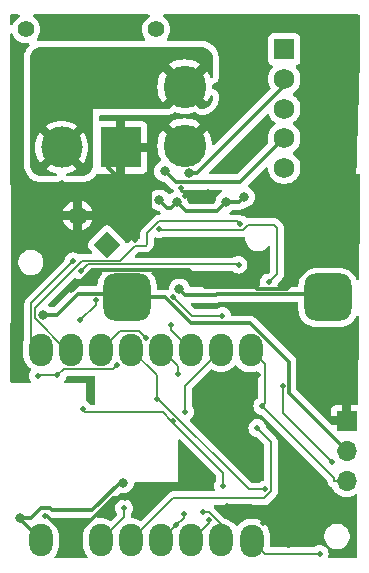
<source format=gbr>
%TF.GenerationSoftware,KiCad,Pcbnew,8.0.4*%
%TF.CreationDate,2025-04-14T17:42:23-04:00*%
%TF.ProjectId,Daisy_Board_Stepper,44616973-795f-4426-9f61-72645f537465,rev?*%
%TF.SameCoordinates,Original*%
%TF.FileFunction,Copper,L2,Bot*%
%TF.FilePolarity,Positive*%
%FSLAX46Y46*%
G04 Gerber Fmt 4.6, Leading zero omitted, Abs format (unit mm)*
G04 Created by KiCad (PCBNEW 8.0.4) date 2025-04-14 17:42:23*
%MOMM*%
%LPD*%
G01*
G04 APERTURE LIST*
G04 Aperture macros list*
%AMRoundRect*
0 Rectangle with rounded corners*
0 $1 Rounding radius*
0 $2 $3 $4 $5 $6 $7 $8 $9 X,Y pos of 4 corners*
0 Add a 4 corners polygon primitive as box body*
4,1,4,$2,$3,$4,$5,$6,$7,$8,$9,$2,$3,0*
0 Add four circle primitives for the rounded corners*
1,1,$1+$1,$2,$3*
1,1,$1+$1,$4,$5*
1,1,$1+$1,$6,$7*
1,1,$1+$1,$8,$9*
0 Add four rect primitives between the rounded corners*
20,1,$1+$1,$2,$3,$4,$5,0*
20,1,$1+$1,$4,$5,$6,$7,0*
20,1,$1+$1,$6,$7,$8,$9,0*
20,1,$1+$1,$8,$9,$2,$3,0*%
%AMRotRect*
0 Rectangle, with rotation*
0 The origin of the aperture is its center*
0 $1 length*
0 $2 width*
0 $3 Rotation angle, in degrees counterclockwise*
0 Add horizontal line*
21,1,$1,$2,0,0,$3*%
G04 Aperture macros list end*
%TA.AperFunction,ComponentPad*%
%ADD10C,1.400000*%
%TD*%
%TA.AperFunction,ComponentPad*%
%ADD11R,3.500000X3.500000*%
%TD*%
%TA.AperFunction,ComponentPad*%
%ADD12C,3.500000*%
%TD*%
%TA.AperFunction,ComponentPad*%
%ADD13R,1.700000X1.700000*%
%TD*%
%TA.AperFunction,ComponentPad*%
%ADD14O,1.700000X1.700000*%
%TD*%
%TA.AperFunction,ComponentPad*%
%ADD15C,3.600000*%
%TD*%
%TA.AperFunction,ComponentPad*%
%ADD16R,1.750000X1.750000*%
%TD*%
%TA.AperFunction,ComponentPad*%
%ADD17C,1.750000*%
%TD*%
%TA.AperFunction,ComponentPad*%
%ADD18RotRect,1.600000X1.600000X135.000000*%
%TD*%
%TA.AperFunction,ComponentPad*%
%ADD19C,1.600000*%
%TD*%
%TA.AperFunction,SMDPad,CuDef*%
%ADD20RoundRect,1.000000X1.000000X1.000000X-1.000000X1.000000X-1.000000X-1.000000X1.000000X-1.000000X0*%
%TD*%
%TA.AperFunction,SMDPad,CuDef*%
%ADD21RoundRect,1.000000X-0.000010X0.375000X-0.000010X-0.375000X0.000010X-0.375000X0.000010X0.375000X0*%
%TD*%
%TA.AperFunction,ViaPad*%
%ADD22C,0.500000*%
%TD*%
%TA.AperFunction,ViaPad*%
%ADD23C,0.800000*%
%TD*%
%TA.AperFunction,Conductor*%
%ADD24C,0.300000*%
%TD*%
%TA.AperFunction,Conductor*%
%ADD25C,0.150000*%
%TD*%
G04 APERTURE END LIST*
D10*
%TO.P,J4,*%
%TO.N,*%
X78916000Y-55626000D03*
X89916000Y-55626000D03*
D11*
%TO.P,J4,1,1*%
%TO.N,GND*%
X86916000Y-65626000D03*
D12*
%TO.P,J4,2,2*%
%TO.N,+24V*%
X81916000Y-65626000D03*
%TD*%
D13*
%TO.P,J8,1,Pin_1*%
%TO.N,GND*%
X106045000Y-88773000D03*
D14*
%TO.P,J8,2,Pin_2*%
%TO.N,+5V*%
X106045000Y-91313000D03*
%TO.P,J8,3,Pin_3*%
%TO.N,GPIO_2*%
X106045000Y-93852999D03*
%TD*%
D15*
%TO.P,J7,1,1*%
%TO.N,GND*%
X92332600Y-65474400D03*
%TO.P,J7,2,2*%
%TO.N,+24V*%
X92332600Y-60474400D03*
%TD*%
D16*
%TO.P,Jr1,1,Pin_1*%
%TO.N,OA1*%
X100761800Y-57335400D03*
D17*
%TO.P,Jr1,2,Pin_2*%
%TO.N,OB1*%
X100761800Y-59835400D03*
%TO.P,Jr1,3,Pin_3*%
%TO.N,OA2*%
X100761800Y-62335400D03*
%TO.P,Jr1,4,Pin_4*%
%TO.N,OB2*%
X100761800Y-64835400D03*
%TO.P,Jr1,5,Pin_5*%
%TO.N,unconnected-(Jr1-Pin_5-Pad5)*%
X100761800Y-67335400D03*
%TD*%
D18*
%TO.P,C11,1*%
%TO.N,+24V*%
X85761500Y-73874300D03*
D19*
%TO.P,C11,2*%
%TO.N,GND*%
X83286626Y-71399426D03*
%TD*%
D20*
%TO.P,VR1,1,Out-*%
%TO.N,GND*%
X87579200Y-70332600D03*
%TO.P,VR1,2,Out+*%
%TO.N,+5V*%
X87452200Y-78333600D03*
%TO.P,VR1,3,In+*%
%TO.N,Net-(D2-K)*%
X104470200Y-78333600D03*
%TO.P,VR1,4,In-*%
%TO.N,GND*%
X104343200Y-70332600D03*
%TD*%
D21*
%TO.P,U1,1,A5_GPIO5_MISO*%
%TO.N,STEP*%
X80176401Y-82738900D03*
%TO.P,U1,2,GPIO6_MOSI*%
%TO.N,DIR*%
X82716400Y-82738901D03*
%TO.P,U1,3,GPIO7_SS*%
%TO.N,Net-(U1-GPIO7_SS)*%
X85256401Y-82738900D03*
%TO.P,U1,4,GPIO8_SDA*%
%TO.N,SDA*%
X87796401Y-82738899D03*
%TO.P,U1,5,GPIO9_SCL*%
%TO.N,SCL*%
X90336400Y-82738900D03*
%TO.P,U1,6,GPIO10*%
%TO.N,PDN_UART*%
X92876400Y-82738901D03*
%TO.P,U1,7,GPIO20_RX*%
%TO.N,GPIO_1*%
X95416399Y-82738899D03*
%TO.P,U1,8,GPIO21_TX*%
%TO.N,GPIO_2*%
X97915400Y-82792900D03*
%TO.P,U1,9,A0_GPIO0*%
%TO.N,ENN*%
X98042400Y-98921900D03*
%TO.P,U1,10,A1_GPIO1*%
%TO.N,CANTX*%
X95416401Y-98903901D03*
%TO.P,U1,11,A2_GPIO2*%
%TO.N,CANRX*%
X92876400Y-98903900D03*
%TO.P,U1,12,A3_GPIO3*%
%TO.N,GPIO_A*%
X90336402Y-98903900D03*
%TO.P,U1,13,A4_GPIO4*%
%TO.N,DipV*%
X87796398Y-98903900D03*
%TO.P,U1,14,3.3V*%
%TO.N,+3.3V*%
X85256400Y-98903900D03*
%TO.P,U1,15,GND*%
%TO.N,GND*%
X82716404Y-98903901D03*
%TO.P,U1,16,5V*%
%TO.N,+5V*%
X80176400Y-98903902D03*
%TD*%
D22*
%TO.N,GND*%
X95935800Y-95986600D03*
X98831400Y-75361800D03*
X94056200Y-77393800D03*
X78460600Y-65201800D03*
X100660200Y-93141800D03*
X100711000Y-79476600D03*
X87452200Y-73228200D03*
X98933000Y-97459800D03*
X98171000Y-77343000D03*
X80543400Y-96799400D03*
X88112600Y-73482200D03*
X101676200Y-79476600D03*
X94056200Y-79019400D03*
X100965000Y-75463400D03*
X101066600Y-76835000D03*
X106045000Y-74345800D03*
X94310200Y-69392800D03*
X94767400Y-70027800D03*
X92329000Y-69773800D03*
X88315800Y-72669400D03*
X95529400Y-67487800D03*
X87299800Y-95326200D03*
X96697800Y-85115400D03*
X82677000Y-77698600D03*
X92989400Y-93091000D03*
X102539800Y-97739200D03*
X84404200Y-86690200D03*
X98526600Y-84861400D03*
X94603698Y-94321500D03*
X92017184Y-69079600D03*
X83642200Y-97307400D03*
X93345000Y-79019400D03*
D23*
%TO.N,+24V*%
X91677354Y-70278301D03*
X97365500Y-69829500D03*
X90201800Y-70095500D03*
X95834200Y-70255835D03*
%TO.N,+5V*%
X80315200Y-79826100D03*
X87127500Y-94018000D03*
X78383700Y-97012500D03*
D22*
%TO.N,Net-(IC4-SPREAD)*%
X95529400Y-79883000D03*
X91375700Y-78284900D03*
%TO.N,PDN_UART*%
X91192900Y-80632800D03*
%TO.N,CANH*%
X84799800Y-78561300D03*
X83496900Y-80250000D03*
%TO.N,CANL*%
X86581300Y-84058500D03*
X79907700Y-84978700D03*
X81566600Y-84927500D03*
%TO.N,CANTX*%
X93911700Y-96485100D03*
%TO.N,+3.3V*%
X87215700Y-96184100D03*
%TO.N,CANRX*%
X94366900Y-97214200D03*
%TO.N,DipV*%
X98477700Y-89390800D03*
%TO.N,ENN*%
X103759000Y-100025200D03*
X100626000Y-85802200D03*
X90196200Y-72519800D03*
X104810000Y-92268400D03*
X99469600Y-77049400D03*
%TO.N,STEP*%
X83591400Y-76073000D03*
X82898900Y-75270800D03*
X96895500Y-75555100D03*
D23*
%TO.N,OB1*%
X92684600Y-67808075D03*
%TO.N,OB2*%
X90652600Y-67640200D03*
D22*
%TO.N,GPIO_1*%
X92369000Y-88007300D03*
%TO.N,GPIO_A*%
X91635650Y-97604650D03*
X92278200Y-96647000D03*
%TO.N,SDA*%
X99172800Y-94574600D03*
X89955600Y-86889700D03*
%TO.N,SCL*%
X83700300Y-87809400D03*
X91768900Y-84853100D03*
X95587205Y-94321500D03*
X91350800Y-88794100D03*
%TO.N,GPIO_2*%
X98907000Y-87514500D03*
D23*
%TO.N,Net-(D2-K)*%
X91897200Y-77641400D03*
D22*
%TO.N,DIR*%
X97036300Y-72130800D03*
%TO.N,Net-(U1-GPIO7_SS)*%
X89103400Y-81754600D03*
%TD*%
D24*
%TO.N,GND*%
X97950100Y-96006600D02*
X98933000Y-96989500D01*
X101625000Y-76952300D02*
X100975000Y-77602500D01*
X95963900Y-96006600D02*
X97950100Y-96006600D01*
X100975000Y-77602500D02*
X98452400Y-77602500D01*
X103600000Y-74977500D02*
X101692000Y-76885800D01*
X85384200Y-66876900D02*
X87579200Y-69071900D01*
X98526600Y-84834700D02*
X98526600Y-84861400D01*
X87299800Y-95326200D02*
X87307000Y-95319000D01*
X99403300Y-97459800D02*
X99351200Y-97407700D01*
X82716400Y-98903900D02*
X86301300Y-95319000D01*
X101168200Y-99339400D02*
X101114000Y-99393600D01*
X98933000Y-96989500D02*
X98933000Y-97459800D01*
X99351200Y-97407700D02*
X101114000Y-99170900D01*
X101114000Y-99170900D02*
X101114000Y-99285200D01*
X98526900Y-84834400D02*
X98526600Y-84834700D01*
X88317200Y-94321500D02*
X87319700Y-95319000D01*
X98499900Y-84861400D02*
X98219300Y-85142000D01*
X92689400Y-76047200D02*
X94052400Y-77410200D01*
X98933000Y-97459800D02*
X99403300Y-97459800D01*
X84516500Y-76047200D02*
X92689400Y-76047200D01*
X86301300Y-95319000D02*
X87292600Y-95319000D01*
X82716400Y-98903900D02*
X80658500Y-96846000D01*
X101625000Y-76885800D02*
X101625000Y-76952300D01*
X96697800Y-85115400D02*
X96676900Y-85142000D01*
X98219300Y-85142000D02*
X96697800Y-85115400D01*
X98159100Y-77410200D02*
X94052400Y-77410200D01*
X82901400Y-77662300D02*
X84516500Y-76047200D01*
X101114000Y-99285200D02*
X101168200Y-99339400D01*
X87307000Y-95319000D02*
X87319700Y-95319000D01*
X106052000Y-74977500D02*
X103600000Y-74977500D01*
X94575300Y-94321500D02*
X88317200Y-94321500D01*
X82696100Y-77662300D02*
X82901400Y-77662300D01*
X80658500Y-96846000D02*
X80539200Y-96846000D01*
X101114000Y-99393600D02*
X101114000Y-99413600D01*
X98526600Y-84861400D02*
X98499900Y-84861400D01*
X98209600Y-77359700D02*
X98159100Y-77410200D01*
X87579200Y-69071900D02*
X87579200Y-70332600D01*
X101692000Y-76885800D02*
X101625000Y-76885800D01*
X87292600Y-95319000D02*
X87299800Y-95326200D01*
X98452400Y-77602500D02*
X98209600Y-77359700D01*
%TO.N,+24V*%
X95049885Y-71040150D02*
X95834200Y-70255835D01*
X92439203Y-71040150D02*
X95049885Y-71040150D01*
X91677354Y-70278301D02*
X92439203Y-71040150D01*
X91677354Y-70278301D02*
X91216655Y-70739000D01*
X91216655Y-70739000D02*
X90845300Y-70739000D01*
X90845300Y-70739000D02*
X90201800Y-70095500D01*
X96939165Y-70255835D02*
X95834200Y-70255835D01*
X97365500Y-69829500D02*
X96939165Y-70255835D01*
%TO.N,+5V*%
X80176400Y-98903900D02*
X78383700Y-97111200D01*
X84512400Y-96326500D02*
X86820900Y-94018000D01*
X92852900Y-80533800D02*
X90652700Y-78333600D01*
X97895200Y-80533800D02*
X92852900Y-80533800D01*
X78383700Y-97012500D02*
X79313300Y-97012500D01*
X106045000Y-91313000D02*
X101153000Y-86420900D01*
X101153000Y-83791500D02*
X97895200Y-80533800D01*
X83280800Y-78034600D02*
X87153200Y-78034600D01*
X81095600Y-96326500D02*
X84512400Y-96326500D01*
X78383700Y-97111200D02*
X78383700Y-97012500D01*
X81489300Y-79826100D02*
X83280800Y-78034600D01*
X79313300Y-97012500D02*
X80156600Y-96169200D01*
X101153000Y-86420900D02*
X101153000Y-83791500D01*
X80156600Y-96169200D02*
X80938300Y-96169200D01*
X87153200Y-78034600D02*
X87452200Y-78333600D01*
X80315200Y-79826100D02*
X81489300Y-79826100D01*
X80938300Y-96169200D02*
X81095600Y-96326500D01*
X90652700Y-78333600D02*
X87452200Y-78333600D01*
X86820900Y-94018000D02*
X87127500Y-94018000D01*
D25*
%TO.N,Net-(IC4-SPREAD)*%
X92973800Y-79883000D02*
X95529400Y-79883000D01*
X91375700Y-78284900D02*
X92973800Y-79883000D01*
%TO.N,PDN_UART*%
X92876400Y-82738900D02*
X91192900Y-81055400D01*
X91192900Y-81055400D02*
X91192900Y-80632800D01*
%TO.N,CANH*%
X84799800Y-78561300D02*
X84799800Y-78947100D01*
X84799800Y-78947100D02*
X83496900Y-80250000D01*
%TO.N,CANL*%
X79958900Y-84927500D02*
X81566600Y-84927500D01*
X79907700Y-84978700D02*
X79958900Y-84927500D01*
X81566600Y-84927500D02*
X82124200Y-84369900D01*
X86269900Y-84369900D02*
X86581300Y-84058500D01*
X82124200Y-84369900D02*
X86269900Y-84369900D01*
%TO.N,CANTX*%
X94380263Y-96485100D02*
X93911700Y-96485100D01*
X95416400Y-98903900D02*
X95416400Y-97521237D01*
X95416400Y-97521237D02*
X94380263Y-96485100D01*
%TO.N,+3.3V*%
X85256400Y-98903900D02*
X87215700Y-96944600D01*
X87215700Y-96944600D02*
X87215700Y-96184100D01*
%TO.N,CANRX*%
X92876400Y-98903900D02*
X94366900Y-97413400D01*
X94366900Y-97413400D02*
X94366900Y-97214200D01*
%TO.N,DipV*%
X99056600Y-95331100D02*
X91369200Y-95331100D01*
X91369200Y-95331100D02*
X87796400Y-98903900D01*
X99635500Y-94752200D02*
X99056600Y-95331100D01*
X99635500Y-90548600D02*
X99635500Y-94752200D01*
X98477700Y-89390800D02*
X99635500Y-90548600D01*
%TO.N,ENN*%
X100626000Y-88084200D02*
X104810000Y-92268400D01*
X97253700Y-72655800D02*
X97727200Y-72182400D01*
X97727200Y-72182400D02*
X99919200Y-72182400D01*
X100152000Y-76366800D02*
X99469600Y-77049400D01*
X90332200Y-72655800D02*
X97253700Y-72655800D01*
X100152000Y-72415400D02*
X100152000Y-76366800D01*
X100626000Y-85802200D02*
X100626000Y-88084200D01*
X99919200Y-72182400D02*
X100152000Y-72415400D01*
X99145700Y-100025200D02*
X103759000Y-100025200D01*
X90196200Y-72519800D02*
X90332200Y-72655800D01*
X98042400Y-98921900D02*
X99145700Y-100025200D01*
%TO.N,STEP*%
X79331700Y-81894200D02*
X79331700Y-78837900D01*
X80176400Y-82738900D02*
X79331700Y-81894200D01*
X96895500Y-75555100D02*
X96875200Y-75534900D01*
X96875200Y-75534900D02*
X84129500Y-75534900D01*
X79331700Y-78837900D02*
X82898900Y-75270800D01*
X84129500Y-75534900D02*
X83591400Y-76073000D01*
D24*
%TO.N,OB1*%
X93380325Y-67808075D02*
X92684600Y-67808075D01*
X100761800Y-59835400D02*
X100761800Y-60426600D01*
X100761800Y-60426600D02*
X93380325Y-67808075D01*
%TO.N,OB2*%
X91567000Y-68554600D02*
X90652600Y-67640200D01*
X100761800Y-64835400D02*
X97042600Y-68554600D01*
X97042600Y-68554600D02*
X91567000Y-68554600D01*
D25*
%TO.N,GPIO_1*%
X95416400Y-82738900D02*
X92369000Y-85786300D01*
X92369000Y-85786300D02*
X92369000Y-88007300D01*
%TO.N,GPIO_A*%
X92278200Y-96962100D02*
X92278200Y-96647000D01*
X91635650Y-97604650D02*
X92278200Y-96962100D01*
X90336400Y-98903900D02*
X91635650Y-97604650D01*
%TO.N,SDA*%
X87796400Y-82738900D02*
X89955600Y-84898100D01*
X89955600Y-84898100D02*
X89955600Y-86889700D01*
X99172800Y-94574600D02*
X97770200Y-94574600D01*
X97770200Y-94574600D02*
X90085300Y-86889700D01*
X90085300Y-86889700D02*
X89955600Y-86889700D01*
%TO.N,SCL*%
X90460900Y-88031600D02*
X83922500Y-88031600D01*
X90336400Y-82738900D02*
X91768900Y-84171400D01*
X91350800Y-88794100D02*
X91287100Y-88857800D01*
X95587205Y-93157905D02*
X95587205Y-94321500D01*
X91768900Y-84171400D02*
X91768900Y-84853100D01*
X91287100Y-88857800D02*
X90460900Y-88031600D01*
X83922500Y-88031600D02*
X83700300Y-87809400D01*
X91287100Y-88857800D02*
X95587205Y-93157905D01*
%TO.N,GPIO_2*%
X99128600Y-87292900D02*
X99128600Y-84006100D01*
X104993000Y-93600800D02*
X98907000Y-87514500D01*
X106045000Y-93853000D02*
X104993000Y-93853000D01*
X98907000Y-87514500D02*
X99128600Y-87292900D01*
X99128600Y-84006100D02*
X97915400Y-82792900D01*
X104993000Y-93853000D02*
X104993000Y-93600800D01*
D24*
%TO.N,Net-(D2-K)*%
X95044100Y-78054000D02*
X104191000Y-78054000D01*
X94974600Y-78123500D02*
X95044100Y-78054000D01*
X104470100Y-78333500D02*
X104470200Y-78333600D01*
X104470000Y-78333500D02*
X104470100Y-78333500D01*
X92379300Y-78123500D02*
X94974600Y-78123500D01*
X104470000Y-78333500D02*
X104470000Y-78333600D01*
X104330000Y-78193800D02*
X104470000Y-78333500D01*
X104470000Y-78333600D02*
X104330000Y-78193800D01*
X104470000Y-78333500D02*
X104470000Y-78333600D01*
X91897200Y-77641400D02*
X92379300Y-78123500D01*
X104191000Y-78054000D02*
X104330000Y-78193800D01*
X104470000Y-78333500D02*
X104470000Y-78333600D01*
D25*
%TO.N,DIR*%
X82716400Y-82738900D02*
X82300100Y-82738900D01*
X96795900Y-71890400D02*
X97036300Y-72130800D01*
X88143863Y-73939400D02*
X89027000Y-73939400D01*
X79660400Y-79210700D02*
X83665500Y-75205600D01*
X82300100Y-82738900D02*
X79660400Y-80099200D01*
X79660400Y-80099200D02*
X79660400Y-79210700D01*
X83665500Y-75205600D02*
X86877663Y-75205600D01*
X90161600Y-71890400D02*
X96795900Y-71890400D01*
X89145600Y-73820800D02*
X89145600Y-72906400D01*
X86877663Y-75205600D02*
X88143863Y-73939400D01*
X89027000Y-73939400D02*
X89145600Y-73820800D01*
X89145600Y-72906400D02*
X90161600Y-71890400D01*
%TO.N,Net-(U1-GPIO7_SS)*%
X88496700Y-81147900D02*
X86847400Y-81147900D01*
X86847400Y-81147900D02*
X85256400Y-82738900D01*
X89103400Y-81754600D02*
X88496700Y-81147900D01*
%TD*%
%TA.AperFunction,Conductor*%
%TO.N,GND*%
G36*
X107105639Y-54375685D02*
G01*
X107151394Y-54428489D01*
X107162600Y-54480000D01*
X107162600Y-57954686D01*
X107162550Y-57958184D01*
X106857800Y-68757800D01*
X97751461Y-68765683D01*
X99177129Y-67340015D01*
X99238450Y-67306532D01*
X99308142Y-67311516D01*
X99364075Y-67353388D01*
X99388384Y-67417458D01*
X99400408Y-67562567D01*
X99400410Y-67562579D01*
X99456369Y-67783555D01*
X99547937Y-67992308D01*
X99672614Y-68183142D01*
X99672617Y-68183145D01*
X99807380Y-68329537D01*
X99827008Y-68350858D01*
X99827012Y-68350861D01*
X100006890Y-68490866D01*
X100006894Y-68490869D01*
X100006896Y-68490870D01*
X100006899Y-68490872D01*
X100053936Y-68516327D01*
X100207374Y-68599363D01*
X100319329Y-68637797D01*
X100422973Y-68673379D01*
X100422975Y-68673379D01*
X100422977Y-68673380D01*
X100647823Y-68710900D01*
X100647824Y-68710900D01*
X100875776Y-68710900D01*
X100875777Y-68710900D01*
X101100623Y-68673380D01*
X101316226Y-68599363D01*
X101516706Y-68490869D01*
X101696594Y-68350856D01*
X101850983Y-68183145D01*
X101975662Y-67992309D01*
X102067230Y-67783555D01*
X102123190Y-67562576D01*
X102123191Y-67562567D01*
X102142014Y-67335406D01*
X102142014Y-67335393D01*
X102123191Y-67108231D01*
X102123189Y-67108220D01*
X102067230Y-66887244D01*
X101975662Y-66678491D01*
X101850985Y-66487657D01*
X101696591Y-66319941D01*
X101696587Y-66319938D01*
X101520974Y-66183253D01*
X101480161Y-66126543D01*
X101476486Y-66056770D01*
X101511118Y-65996087D01*
X101520974Y-65987547D01*
X101611551Y-65917048D01*
X101696594Y-65850856D01*
X101850983Y-65683145D01*
X101975662Y-65492309D01*
X102067230Y-65283555D01*
X102123190Y-65062576D01*
X102126684Y-65020410D01*
X102142014Y-64835406D01*
X102142014Y-64835393D01*
X102123191Y-64608231D01*
X102123189Y-64608220D01*
X102067230Y-64387244D01*
X101975662Y-64178491D01*
X101850985Y-63987657D01*
X101696591Y-63819941D01*
X101696587Y-63819938D01*
X101520974Y-63683253D01*
X101480161Y-63626543D01*
X101476486Y-63556770D01*
X101511118Y-63496087D01*
X101520974Y-63487547D01*
X101532897Y-63478267D01*
X101696594Y-63350856D01*
X101850983Y-63183145D01*
X101975662Y-62992309D01*
X102067230Y-62783555D01*
X102123190Y-62562576D01*
X102129562Y-62485676D01*
X102142014Y-62335406D01*
X102142014Y-62335393D01*
X102123191Y-62108231D01*
X102123189Y-62108220D01*
X102067230Y-61887244D01*
X101975662Y-61678491D01*
X101850985Y-61487657D01*
X101764747Y-61393978D01*
X101696594Y-61319944D01*
X101696593Y-61319943D01*
X101696591Y-61319941D01*
X101696587Y-61319938D01*
X101520974Y-61183253D01*
X101480161Y-61126543D01*
X101476486Y-61056770D01*
X101511118Y-60996087D01*
X101520974Y-60987547D01*
X101530334Y-60980262D01*
X101696594Y-60850856D01*
X101850983Y-60683145D01*
X101975662Y-60492309D01*
X102067230Y-60283555D01*
X102123190Y-60062576D01*
X102123191Y-60062568D01*
X102142014Y-59835406D01*
X102142014Y-59835393D01*
X102123191Y-59608231D01*
X102123189Y-59608220D01*
X102067230Y-59387244D01*
X101975662Y-59178491D01*
X101850985Y-58987657D01*
X101754591Y-58882946D01*
X101723669Y-58820292D01*
X101731529Y-58750865D01*
X101775676Y-58696710D01*
X101802481Y-58682784D01*
X101879131Y-58654196D01*
X101994346Y-58567946D01*
X102080596Y-58452731D01*
X102130891Y-58317883D01*
X102137300Y-58258273D01*
X102137299Y-56412528D01*
X102130891Y-56352917D01*
X102096492Y-56260689D01*
X102080597Y-56218071D01*
X102080593Y-56218064D01*
X101994347Y-56102855D01*
X101994344Y-56102852D01*
X101879135Y-56016606D01*
X101879128Y-56016602D01*
X101744282Y-55966308D01*
X101744283Y-55966308D01*
X101684683Y-55959901D01*
X101684681Y-55959900D01*
X101684673Y-55959900D01*
X101684664Y-55959900D01*
X99838929Y-55959900D01*
X99838923Y-55959901D01*
X99779316Y-55966308D01*
X99644471Y-56016602D01*
X99644464Y-56016606D01*
X99529255Y-56102852D01*
X99529252Y-56102855D01*
X99443006Y-56218064D01*
X99443002Y-56218071D01*
X99392708Y-56352917D01*
X99388187Y-56394974D01*
X99386301Y-56412523D01*
X99386300Y-56412535D01*
X99386300Y-58258270D01*
X99386301Y-58258276D01*
X99392708Y-58317883D01*
X99443002Y-58452728D01*
X99443006Y-58452735D01*
X99529252Y-58567944D01*
X99529255Y-58567947D01*
X99644464Y-58654193D01*
X99644473Y-58654198D01*
X99698310Y-58674277D01*
X99721110Y-58682781D01*
X99777044Y-58724651D01*
X99801462Y-58790115D01*
X99786611Y-58858388D01*
X99769008Y-58882946D01*
X99672614Y-58987657D01*
X99547937Y-59178491D01*
X99456369Y-59387244D01*
X99400410Y-59608220D01*
X99400408Y-59608231D01*
X99381586Y-59835393D01*
X99381586Y-59835406D01*
X99400408Y-60062568D01*
X99400410Y-60062579D01*
X99456369Y-60283555D01*
X99547937Y-60492309D01*
X99583040Y-60546038D01*
X99603228Y-60612928D01*
X99584047Y-60680113D01*
X99566912Y-60701540D01*
X94840679Y-65427772D01*
X94779356Y-65461257D01*
X94709664Y-65456273D01*
X94653731Y-65414401D01*
X94629314Y-65348937D01*
X94629263Y-65348201D01*
X94617815Y-65173547D01*
X94617813Y-65173535D01*
X94558997Y-64877846D01*
X94558993Y-64877831D01*
X94462083Y-64592344D01*
X94462074Y-64592323D01*
X94328732Y-64321933D01*
X94203227Y-64134101D01*
X94203227Y-64134100D01*
X93440976Y-64896350D01*
X93401696Y-64819257D01*
X93286046Y-64660080D01*
X93146920Y-64520954D01*
X92987743Y-64405304D01*
X92910647Y-64366022D01*
X93672897Y-63603771D01*
X93672897Y-63603769D01*
X93485072Y-63478270D01*
X93214662Y-63344918D01*
X93214652Y-63344914D01*
X92929173Y-63248007D01*
X92929153Y-63248002D01*
X92633464Y-63189186D01*
X92633452Y-63189184D01*
X92332600Y-63169465D01*
X92031747Y-63189184D01*
X92031735Y-63189186D01*
X91736046Y-63248002D01*
X91736031Y-63248006D01*
X91450544Y-63344916D01*
X91450523Y-63344925D01*
X91180133Y-63478267D01*
X90992301Y-63603771D01*
X90992300Y-63603771D01*
X91754552Y-64366022D01*
X91677457Y-64405304D01*
X91518280Y-64520954D01*
X91379154Y-64660080D01*
X91263504Y-64819257D01*
X91224222Y-64896351D01*
X90461971Y-64134100D01*
X90461971Y-64134101D01*
X90336467Y-64321933D01*
X90203125Y-64592323D01*
X90203116Y-64592344D01*
X90106206Y-64877831D01*
X90106202Y-64877846D01*
X90047386Y-65173535D01*
X90047384Y-65173547D01*
X90027665Y-65474400D01*
X90047384Y-65775252D01*
X90047386Y-65775264D01*
X90106202Y-66070953D01*
X90106207Y-66070973D01*
X90203114Y-66356452D01*
X90203118Y-66356462D01*
X90336468Y-66626869D01*
X90341434Y-66634301D01*
X90362310Y-66700978D01*
X90343824Y-66768358D01*
X90291844Y-66815047D01*
X90288767Y-66816468D01*
X90199867Y-66856050D01*
X90199865Y-66856051D01*
X90046729Y-66967311D01*
X89920066Y-67107985D01*
X89825421Y-67271915D01*
X89825418Y-67271922D01*
X89766927Y-67451940D01*
X89766926Y-67451944D01*
X89747140Y-67640200D01*
X89766926Y-67828456D01*
X89766927Y-67828459D01*
X89825418Y-68008477D01*
X89825421Y-68008484D01*
X89920067Y-68172416D01*
X90023518Y-68287310D01*
X90046729Y-68313088D01*
X90199865Y-68424348D01*
X90199870Y-68424351D01*
X90372792Y-68501342D01*
X90372797Y-68501344D01*
X90557954Y-68540700D01*
X90581792Y-68540700D01*
X90648831Y-68560385D01*
X90669473Y-68577019D01*
X90864100Y-68771646D01*
X77596266Y-68783134D01*
X77596265Y-68783134D01*
X77596266Y-68783133D01*
X77559904Y-68746774D01*
X77561871Y-68744805D01*
X77532264Y-68710690D01*
X77521018Y-68658877D01*
X77543170Y-56076492D01*
X77562973Y-56009491D01*
X77615857Y-55963829D01*
X77685033Y-55954007D01*
X77748538Y-55983144D01*
X77786208Y-56041989D01*
X77786435Y-56042776D01*
X77791769Y-56061522D01*
X77791775Y-56061538D01*
X77890938Y-56260683D01*
X77890943Y-56260691D01*
X78025020Y-56438238D01*
X78189437Y-56588123D01*
X78189439Y-56588125D01*
X78378595Y-56705245D01*
X78378596Y-56705245D01*
X78378599Y-56705247D01*
X78586060Y-56785618D01*
X78804757Y-56826500D01*
X78804759Y-56826500D01*
X79027242Y-56826500D01*
X79027243Y-56826500D01*
X79041619Y-56823812D01*
X79055436Y-56821230D01*
X79124951Y-56828260D01*
X79179630Y-56871757D01*
X79202113Y-56937911D01*
X79185261Y-57005718D01*
X79166007Y-57030694D01*
X79158735Y-57037983D01*
X79151380Y-57045355D01*
X79118080Y-57082189D01*
X79118079Y-57082191D01*
X79009227Y-57215180D01*
X79009197Y-57215218D01*
X78979674Y-57255139D01*
X78979664Y-57255153D01*
X78979664Y-57255154D01*
X78966174Y-57275408D01*
X78966168Y-57275417D01*
X78966164Y-57275424D01*
X78966147Y-57275450D01*
X78940713Y-57318034D01*
X78859927Y-57469751D01*
X78838764Y-57514691D01*
X78829499Y-57537170D01*
X78829488Y-57537198D01*
X78812850Y-57583967D01*
X78812843Y-57583988D01*
X78763259Y-57748553D01*
X78763257Y-57748562D01*
X78751279Y-57796782D01*
X78751275Y-57796799D01*
X78751275Y-57796802D01*
X78746584Y-57820632D01*
X78746583Y-57820639D01*
X78739393Y-57869819D01*
X78739393Y-57869820D01*
X78723017Y-58039880D01*
X78723017Y-58039884D01*
X78722334Y-58046967D01*
X78721506Y-58058535D01*
X78720560Y-58071748D01*
X78720068Y-58082219D01*
X78719988Y-58083938D01*
X78719435Y-58108756D01*
X78719435Y-58108776D01*
X78719435Y-58108779D01*
X78728693Y-62108220D01*
X78732924Y-63935829D01*
X78736836Y-65625999D01*
X78740177Y-67069443D01*
X78740844Y-67094244D01*
X78741468Y-67106349D01*
X78743342Y-67131000D01*
X78743764Y-67135187D01*
X78760809Y-67304483D01*
X78760920Y-67305580D01*
X78761122Y-67307586D01*
X78762412Y-67316165D01*
X78768489Y-67356549D01*
X78773273Y-67380350D01*
X78773275Y-67380358D01*
X78785403Y-67428380D01*
X78834779Y-67590058D01*
X78834778Y-67590058D01*
X78834782Y-67590069D01*
X78835463Y-67592301D01*
X78844743Y-67618086D01*
X78852227Y-67638881D01*
X78861553Y-67661286D01*
X78882807Y-67706031D01*
X78902744Y-67743188D01*
X78963813Y-67857006D01*
X78963829Y-67857033D01*
X78989340Y-67899451D01*
X78989354Y-67899472D01*
X79002855Y-67919617D01*
X79002861Y-67919625D01*
X79032431Y-67959382D01*
X79140207Y-68090359D01*
X79141329Y-68091722D01*
X79174610Y-68128352D01*
X79174628Y-68128371D01*
X79190583Y-68144288D01*
X79191809Y-68145511D01*
X79228546Y-68178734D01*
X79361119Y-68287309D01*
X79374170Y-68296969D01*
X79400918Y-68316768D01*
X79400976Y-68316809D01*
X79417106Y-68327565D01*
X79421139Y-68330254D01*
X79463633Y-68355677D01*
X79614809Y-68436342D01*
X79659595Y-68457489D01*
X79682025Y-68466765D01*
X79728679Y-68483432D01*
X79728690Y-68483435D01*
X79728706Y-68483441D01*
X79892656Y-68533097D01*
X79892710Y-68533112D01*
X79940710Y-68545117D01*
X79940715Y-68545118D01*
X79940723Y-68545120D01*
X79964531Y-68549849D01*
X80013540Y-68557108D01*
X80190163Y-68574478D01*
X80214884Y-68576299D01*
X80214900Y-68576299D01*
X80214903Y-68576300D01*
X80216825Y-68576394D01*
X80227020Y-68576894D01*
X80251774Y-68577500D01*
X80251777Y-68577500D01*
X81420761Y-68577500D01*
X81423702Y-68577434D01*
X81443330Y-68576996D01*
X81454382Y-68576502D01*
X81476863Y-68574994D01*
X81616887Y-68541907D01*
X81681905Y-68516326D01*
X81726606Y-68490872D01*
X81806927Y-68445134D01*
X81806927Y-68445133D01*
X81806934Y-68445130D01*
X81828483Y-68422797D01*
X81889196Y-68388224D01*
X81958965Y-68391963D01*
X81998917Y-68415188D01*
X82070902Y-68477564D01*
X82070903Y-68477565D01*
X82070906Y-68477567D01*
X82070908Y-68477568D01*
X82070910Y-68477569D01*
X82192529Y-68533112D01*
X82201783Y-68537338D01*
X82268822Y-68557023D01*
X82268826Y-68557024D01*
X82411242Y-68577500D01*
X82411245Y-68577500D01*
X83575890Y-68577500D01*
X83575907Y-68577500D01*
X83600707Y-68576891D01*
X83612861Y-68576294D01*
X83637610Y-68574469D01*
X83814483Y-68557048D01*
X83863547Y-68549770D01*
X83887388Y-68545028D01*
X83935513Y-68532974D01*
X84099736Y-68483158D01*
X84146455Y-68466441D01*
X84168913Y-68457138D01*
X84213747Y-68435932D01*
X84365089Y-68355038D01*
X84407635Y-68329537D01*
X84427847Y-68316032D01*
X84467696Y-68286479D01*
X84600352Y-68177611D01*
X84637108Y-68144296D01*
X84637109Y-68144295D01*
X84637117Y-68144288D01*
X84654288Y-68127117D01*
X84654295Y-68127109D01*
X84686369Y-68091722D01*
X84687611Y-68090352D01*
X84796479Y-67957696D01*
X84826032Y-67917847D01*
X84839537Y-67897635D01*
X84840247Y-67896449D01*
X84840343Y-67896360D01*
X84840350Y-67896351D01*
X84840352Y-67896352D01*
X84891580Y-67849054D01*
X84960391Y-67836935D01*
X84989957Y-67843986D01*
X85058623Y-67869597D01*
X85058627Y-67869598D01*
X85118155Y-67875999D01*
X85118172Y-67876000D01*
X86541000Y-67876000D01*
X86541000Y-66498942D01*
X86638895Y-66539492D01*
X86822433Y-66576000D01*
X87009567Y-66576000D01*
X87193105Y-66539492D01*
X87291000Y-66498942D01*
X87291000Y-67876000D01*
X88713828Y-67876000D01*
X88713844Y-67875999D01*
X88773372Y-67869598D01*
X88773379Y-67869596D01*
X88908086Y-67819354D01*
X88908093Y-67819350D01*
X89023187Y-67733190D01*
X89023190Y-67733187D01*
X89109350Y-67618093D01*
X89109354Y-67618086D01*
X89159596Y-67483379D01*
X89159598Y-67483372D01*
X89165999Y-67423844D01*
X89166000Y-67423827D01*
X89166000Y-66001000D01*
X87788943Y-66001000D01*
X87829492Y-65903105D01*
X87866000Y-65719567D01*
X87866000Y-65532433D01*
X87829492Y-65348895D01*
X87788943Y-65251000D01*
X89166000Y-65251000D01*
X89166000Y-63828172D01*
X89165999Y-63828155D01*
X89159598Y-63768627D01*
X89159596Y-63768620D01*
X89109354Y-63633913D01*
X89109350Y-63633906D01*
X89023190Y-63518812D01*
X89023187Y-63518809D01*
X88908093Y-63432649D01*
X88908086Y-63432645D01*
X88773379Y-63382403D01*
X88773372Y-63382401D01*
X88713844Y-63376000D01*
X87291000Y-63376000D01*
X87291000Y-64753057D01*
X87193105Y-64712508D01*
X87009567Y-64676000D01*
X86822433Y-64676000D01*
X86638895Y-64712508D01*
X86541000Y-64753057D01*
X86541000Y-63376000D01*
X85211500Y-63376000D01*
X85144461Y-63356315D01*
X85098706Y-63303511D01*
X85087500Y-63252000D01*
X85087500Y-63011900D01*
X85107185Y-62944861D01*
X85159989Y-62899106D01*
X85211500Y-62887900D01*
X90903568Y-62887900D01*
X90913714Y-62887355D01*
X90957606Y-62885003D01*
X90957614Y-62885002D01*
X90957616Y-62885002D01*
X90957617Y-62885002D01*
X90964610Y-62884249D01*
X90983964Y-62882169D01*
X90983974Y-62882167D01*
X90983977Y-62882167D01*
X90993576Y-62880611D01*
X91037376Y-62873514D01*
X91172185Y-62823232D01*
X91233508Y-62789747D01*
X91348689Y-62703523D01*
X91393971Y-62658240D01*
X91455293Y-62624755D01*
X91521510Y-62628502D01*
X91735896Y-62701276D01*
X91735900Y-62701277D01*
X91735909Y-62701280D01*
X91935851Y-62741051D01*
X92031669Y-62760111D01*
X92031670Y-62760111D01*
X92031680Y-62760113D01*
X92332600Y-62779836D01*
X92633520Y-62760113D01*
X92929291Y-62701280D01*
X93143688Y-62628501D01*
X93213495Y-62625592D01*
X93271227Y-62658241D01*
X93313749Y-62700764D01*
X93313755Y-62700769D01*
X93313760Y-62700774D01*
X93373763Y-62752062D01*
X93404984Y-62774782D01*
X93472263Y-62816115D01*
X93608384Y-62862728D01*
X93677034Y-62875726D01*
X93820768Y-62882101D01*
X93970362Y-62867323D01*
X94019576Y-62860001D01*
X94043488Y-62855230D01*
X94091754Y-62843102D01*
X94256430Y-62792986D01*
X94256445Y-62792980D01*
X94256456Y-62792977D01*
X94293061Y-62779835D01*
X94303267Y-62776171D01*
X94325782Y-62766813D01*
X94370731Y-62745480D01*
X94522415Y-62664110D01*
X94565045Y-62638463D01*
X94585295Y-62624880D01*
X94625213Y-62595154D01*
X94758038Y-62485678D01*
X94794831Y-62452179D01*
X94812029Y-62434898D01*
X94845349Y-62397946D01*
X94954190Y-62264590D01*
X94983711Y-62224548D01*
X94997197Y-62204234D01*
X95022650Y-62161464D01*
X95103292Y-62009387D01*
X95124418Y-61964315D01*
X95133667Y-61941754D01*
X95150248Y-61894856D01*
X95199570Y-61729945D01*
X95211464Y-61681630D01*
X95216120Y-61657697D01*
X95223207Y-61608445D01*
X95239880Y-61430964D01*
X95241596Y-61406172D01*
X95242139Y-61393978D01*
X95242633Y-61369059D01*
X95242278Y-61295239D01*
X95224348Y-61164209D01*
X95207365Y-61102166D01*
X95156061Y-60980269D01*
X95156059Y-60980267D01*
X95156057Y-60980262D01*
X95066449Y-60867707D01*
X95015594Y-60819792D01*
X94972491Y-60789484D01*
X94897901Y-60737036D01*
X94761656Y-60690788D01*
X94761655Y-60690787D01*
X94761650Y-60690786D01*
X94733709Y-60685574D01*
X94671417Y-60653929D01*
X94636122Y-60593629D01*
X94632716Y-60555566D01*
X94638036Y-60474406D01*
X94638036Y-60474392D01*
X94631146Y-60369273D01*
X94646403Y-60301090D01*
X94696102Y-60251979D01*
X94727962Y-60240120D01*
X94731135Y-60239414D01*
X94731149Y-60239412D01*
X94869000Y-60198215D01*
X94989665Y-60119847D01*
X95036145Y-60079179D01*
X95036683Y-60078767D01*
X95042102Y-60073967D01*
X95042249Y-60073839D01*
X95042252Y-60073837D01*
X95135949Y-59964648D01*
X95195090Y-59833484D01*
X95214452Y-59766351D01*
X95234243Y-59623838D01*
X95226908Y-58098033D01*
X95226184Y-58073298D01*
X95225532Y-58061183D01*
X95223599Y-58036531D01*
X95205436Y-57860277D01*
X95205434Y-57860264D01*
X95205433Y-57860254D01*
X95197967Y-57811395D01*
X95197965Y-57811381D01*
X95193137Y-57787634D01*
X95183181Y-57748562D01*
X95180930Y-57739727D01*
X95130628Y-57576204D01*
X95130624Y-57576193D01*
X95113788Y-57529689D01*
X95104433Y-57507333D01*
X95104425Y-57507316D01*
X95083136Y-57462704D01*
X95002006Y-57312121D01*
X95002002Y-57312115D01*
X95001990Y-57312092D01*
X94976437Y-57269762D01*
X94962913Y-57249652D01*
X94933332Y-57210002D01*
X94824435Y-57078041D01*
X94824428Y-57078033D01*
X94824422Y-57078026D01*
X94791147Y-57041500D01*
X94773964Y-57024399D01*
X94773963Y-57024398D01*
X94737241Y-56991265D01*
X94671950Y-56937911D01*
X94604776Y-56883018D01*
X94604756Y-56883002D01*
X94564976Y-56853621D01*
X94564977Y-56853621D01*
X94564968Y-56853615D01*
X94544800Y-56840192D01*
X94513046Y-56821230D01*
X94502357Y-56814847D01*
X94502353Y-56814844D01*
X94485987Y-56806128D01*
X94485987Y-56806127D01*
X94391036Y-56755558D01*
X94351331Y-56734412D01*
X94351324Y-56734408D01*
X94351319Y-56734406D01*
X94306582Y-56713321D01*
X94306575Y-56713319D01*
X94304309Y-56712383D01*
X94284198Y-56704082D01*
X94237620Y-56687472D01*
X94237614Y-56687470D01*
X94237608Y-56687468D01*
X94073886Y-56637965D01*
X94073851Y-56637955D01*
X94025881Y-56625976D01*
X94025868Y-56625973D01*
X94002119Y-56621264D01*
X93953196Y-56614029D01*
X93953191Y-56614028D01*
X93953181Y-56614027D01*
X93776830Y-56596712D01*
X93776819Y-56596711D01*
X93776807Y-56596710D01*
X93752150Y-56594896D01*
X93740026Y-56594303D01*
X93715921Y-56593714D01*
X93715318Y-56593700D01*
X93715317Y-56593700D01*
X90938606Y-56593700D01*
X90871567Y-56574015D01*
X90825812Y-56521211D01*
X90815868Y-56452053D01*
X90839652Y-56394974D01*
X90941052Y-56260697D01*
X90941056Y-56260691D01*
X90941058Y-56260689D01*
X91040229Y-56061528D01*
X91101115Y-55847536D01*
X91121643Y-55626000D01*
X91101115Y-55404464D01*
X91040229Y-55190472D01*
X91040224Y-55190461D01*
X90941061Y-54991316D01*
X90941056Y-54991308D01*
X90806979Y-54813761D01*
X90642562Y-54663876D01*
X90642560Y-54663874D01*
X90515862Y-54585427D01*
X90469226Y-54533400D01*
X90458122Y-54464418D01*
X90486075Y-54400383D01*
X90544210Y-54361627D01*
X90581139Y-54356000D01*
X107038600Y-54356000D01*
X107105639Y-54375685D01*
G37*
%TD.AperFunction*%
%TA.AperFunction,Conductor*%
G36*
X99418933Y-62791925D02*
G01*
X99474866Y-62833797D01*
X99489154Y-62858296D01*
X99493114Y-62867322D01*
X99547937Y-62992308D01*
X99672614Y-63183142D01*
X99672617Y-63183145D01*
X99827006Y-63350856D01*
X99990703Y-63478267D01*
X100002626Y-63487547D01*
X100043439Y-63544257D01*
X100047113Y-63614030D01*
X100012481Y-63674713D01*
X100002626Y-63683253D01*
X99827008Y-63819942D01*
X99672614Y-63987657D01*
X99547937Y-64178491D01*
X99456369Y-64387244D01*
X99400410Y-64608220D01*
X99400408Y-64608231D01*
X99381586Y-64835393D01*
X99381586Y-64835406D01*
X99400408Y-65062568D01*
X99400410Y-65062580D01*
X99426409Y-65165247D01*
X99423783Y-65235068D01*
X99393884Y-65283368D01*
X96809473Y-67867781D01*
X96748150Y-67901266D01*
X96721792Y-67904100D01*
X94503608Y-67904100D01*
X94436569Y-67884415D01*
X94390814Y-67831611D01*
X94380870Y-67762453D01*
X94409895Y-67698897D01*
X94415927Y-67692419D01*
X95620691Y-66487655D01*
X99287920Y-62820424D01*
X99349241Y-62786941D01*
X99418933Y-62791925D01*
G37*
%TD.AperFunction*%
%TD*%
%TA.AperFunction,NonConductor*%
G36*
X78317900Y-54375685D02*
G01*
X78363655Y-54428489D01*
X78373599Y-54497647D01*
X78344574Y-54561203D01*
X78316138Y-54585427D01*
X78189439Y-54663874D01*
X78189437Y-54663876D01*
X78025020Y-54813761D01*
X77890943Y-54991308D01*
X77890938Y-54991316D01*
X77791775Y-55190461D01*
X77791771Y-55190472D01*
X77788032Y-55203613D01*
X77750750Y-55262704D01*
X77687439Y-55292259D01*
X77618200Y-55282894D01*
X77565015Y-55237582D01*
X77544771Y-55170709D01*
X77544767Y-55169628D01*
X77545982Y-54479781D01*
X77565785Y-54412777D01*
X77618669Y-54367115D01*
X77669982Y-54356000D01*
X78250861Y-54356000D01*
X78317900Y-54375685D01*
G37*
%TD.AperFunction*%
%TA.AperFunction,NonConductor*%
G36*
X89317900Y-54375685D02*
G01*
X89363655Y-54428489D01*
X89373599Y-54497647D01*
X89344574Y-54561203D01*
X89316138Y-54585427D01*
X89189439Y-54663874D01*
X89189437Y-54663876D01*
X89025020Y-54813761D01*
X88890943Y-54991308D01*
X88890938Y-54991316D01*
X88791775Y-55190461D01*
X88791769Y-55190476D01*
X88730885Y-55404462D01*
X88730884Y-55404464D01*
X88710357Y-55625999D01*
X88710357Y-55626000D01*
X88730884Y-55847535D01*
X88730885Y-55847537D01*
X88791769Y-56061523D01*
X88791775Y-56061538D01*
X88890938Y-56260683D01*
X88890947Y-56260697D01*
X88992348Y-56394974D01*
X89017040Y-56460335D01*
X89002475Y-56528669D01*
X88953277Y-56578282D01*
X88893394Y-56593700D01*
X80231016Y-56593700D01*
X80215398Y-56594083D01*
X80206201Y-56594309D01*
X80194012Y-56594908D01*
X80169235Y-56596737D01*
X79992105Y-56614209D01*
X79942966Y-56621509D01*
X79942963Y-56621509D01*
X79939480Y-56622203D01*
X79869888Y-56615980D01*
X79814708Y-56573121D01*
X79791458Y-56507233D01*
X79807521Y-56439235D01*
X79816319Y-56425869D01*
X79941058Y-56260689D01*
X80040229Y-56061528D01*
X80101115Y-55847536D01*
X80121643Y-55626000D01*
X80101115Y-55404464D01*
X80040229Y-55190472D01*
X80040224Y-55190461D01*
X79941061Y-54991316D01*
X79941056Y-54991308D01*
X79806979Y-54813761D01*
X79642562Y-54663876D01*
X79642560Y-54663874D01*
X79515862Y-54585427D01*
X79469226Y-54533400D01*
X79458122Y-54464418D01*
X79486075Y-54400383D01*
X79544210Y-54361627D01*
X79581139Y-54356000D01*
X89250861Y-54356000D01*
X89317900Y-54375685D01*
G37*
%TD.AperFunction*%
%TA.AperFunction,Conductor*%
%TO.N,GND*%
G36*
X81007959Y-96972311D02*
G01*
X81031530Y-96977000D01*
X84479161Y-96977000D01*
X84546200Y-96996685D01*
X84591955Y-97049489D01*
X84601899Y-97118647D01*
X84572874Y-97182203D01*
X84542637Y-97207520D01*
X84381506Y-97303534D01*
X84381505Y-97303535D01*
X84381497Y-97303540D01*
X84191750Y-97464248D01*
X84191748Y-97464250D01*
X84031039Y-97653997D01*
X83903742Y-97867630D01*
X83813353Y-98099274D01*
X83813350Y-98099284D01*
X83762319Y-98342661D01*
X83762318Y-98342664D01*
X83755900Y-98446049D01*
X83755900Y-99361750D01*
X83762318Y-99465135D01*
X83762319Y-99465138D01*
X83813350Y-99708515D01*
X83813353Y-99708525D01*
X83871345Y-99857143D01*
X83903744Y-99940173D01*
X84031034Y-100153794D01*
X84031035Y-100153795D01*
X84031037Y-100153798D01*
X84088715Y-100221898D01*
X84117021Y-100285777D01*
X84106298Y-100354819D01*
X84059951Y-100407104D01*
X83994199Y-100426039D01*
X81436941Y-100428252D01*
X81369885Y-100408625D01*
X81324084Y-100355861D01*
X81314081Y-100286711D01*
X81342211Y-100224111D01*
X81401766Y-100153796D01*
X81529056Y-99940175D01*
X81619447Y-99708525D01*
X81619446Y-99708523D01*
X81619450Y-99708516D01*
X81670481Y-99465139D01*
X81676900Y-99361744D01*
X81676900Y-98446060D01*
X81670481Y-98342665D01*
X81619450Y-98099288D01*
X81619448Y-98099283D01*
X81619446Y-98099276D01*
X81529057Y-97867632D01*
X81529056Y-97867630D01*
X81529056Y-97867629D01*
X81401766Y-97654008D01*
X81401763Y-97654005D01*
X81401760Y-97653999D01*
X81241051Y-97464252D01*
X81241049Y-97464250D01*
X81051299Y-97303540D01*
X81051296Y-97303537D01*
X80857248Y-97187909D01*
X80809734Y-97136683D01*
X80797458Y-97067900D01*
X80824317Y-97003399D01*
X80881784Y-96963659D01*
X80944912Y-96959770D01*
X81007959Y-96972311D01*
G37*
%TD.AperFunction*%
%TA.AperFunction,Conductor*%
G36*
X96735821Y-84096904D02*
G01*
X96737652Y-84099017D01*
X96850752Y-84232553D01*
X97040497Y-84393260D01*
X97040503Y-84393263D01*
X97040506Y-84393266D01*
X97254127Y-84520556D01*
X97300458Y-84538634D01*
X97485774Y-84610946D01*
X97485781Y-84610948D01*
X97485786Y-84610950D01*
X97729163Y-84661981D01*
X97832558Y-84668400D01*
X97832569Y-84668400D01*
X97998231Y-84668400D01*
X97998242Y-84668400D01*
X98101637Y-84661981D01*
X98345014Y-84610950D01*
X98384024Y-84595727D01*
X98453633Y-84589696D01*
X98515453Y-84622255D01*
X98549856Y-84683067D01*
X98553100Y-84711245D01*
X98553100Y-86781980D01*
X98533415Y-86849019D01*
X98495074Y-86886973D01*
X98436108Y-86924024D01*
X98316523Y-87043609D01*
X98316518Y-87043615D01*
X98226547Y-87186802D01*
X98226545Y-87186805D01*
X98170685Y-87346443D01*
X98151751Y-87514497D01*
X98151751Y-87514502D01*
X98170685Y-87682556D01*
X98226545Y-87842194D01*
X98226547Y-87842197D01*
X98316518Y-87985384D01*
X98316523Y-87985390D01*
X98436109Y-88104976D01*
X98436115Y-88104981D01*
X98579302Y-88194952D01*
X98579308Y-88194955D01*
X98579310Y-88194956D01*
X98738941Y-88250813D01*
X98797787Y-88257443D01*
X98862199Y-88284508D01*
X98871586Y-88292984D01*
X101722952Y-91144491D01*
X104369380Y-93791050D01*
X104381183Y-93802853D01*
X104414667Y-93864177D01*
X104417500Y-93890532D01*
X104417500Y-93928766D01*
X104434928Y-93993810D01*
X104456719Y-94075136D01*
X104470386Y-94098807D01*
X104532485Y-94206365D01*
X104639635Y-94313515D01*
X104765662Y-94386277D01*
X104777904Y-94393345D01*
X104776915Y-94395056D01*
X104822973Y-94432170D01*
X104833500Y-94450487D01*
X104870964Y-94530828D01*
X104870965Y-94530830D01*
X104972919Y-94676434D01*
X105006505Y-94724400D01*
X105173599Y-94891494D01*
X105212168Y-94918500D01*
X105367165Y-95027031D01*
X105367167Y-95027032D01*
X105367170Y-95027034D01*
X105581337Y-95126902D01*
X105809592Y-95188062D01*
X105997918Y-95204538D01*
X106044999Y-95208658D01*
X106045000Y-95208658D01*
X106045001Y-95208658D01*
X106084234Y-95205225D01*
X106280408Y-95188062D01*
X106508663Y-95126902D01*
X106722830Y-95027034D01*
X106758972Y-95001726D01*
X106825175Y-94979399D01*
X106892943Y-94996408D01*
X106940757Y-95047355D01*
X106954090Y-95104365D01*
X106909653Y-100283370D01*
X106889394Y-100350238D01*
X106836200Y-100395538D01*
X106785765Y-100406306D01*
X104594970Y-100408202D01*
X104527914Y-100388575D01*
X104482113Y-100335811D01*
X104472110Y-100266661D01*
X104477822Y-100243247D01*
X104495313Y-100193260D01*
X104495313Y-100193259D01*
X104514249Y-100025202D01*
X104514249Y-100025197D01*
X104495314Y-99857143D01*
X104439454Y-99697505D01*
X104439452Y-99697502D01*
X104349481Y-99554315D01*
X104349476Y-99554309D01*
X104229890Y-99434723D01*
X104229884Y-99434718D01*
X104086697Y-99344747D01*
X104086694Y-99344745D01*
X103927056Y-99288885D01*
X103759003Y-99269951D01*
X103758997Y-99269951D01*
X103590943Y-99288885D01*
X103431307Y-99344745D01*
X103294522Y-99430694D01*
X103228550Y-99449700D01*
X99666900Y-99449700D01*
X99599861Y-99430015D01*
X99554106Y-99377211D01*
X99542900Y-99325700D01*
X99542900Y-98664884D01*
X104160993Y-98664884D01*
X104202013Y-98871100D01*
X104202016Y-98871110D01*
X104282475Y-99065358D01*
X104282482Y-99065371D01*
X104399295Y-99240192D01*
X104399298Y-99240196D01*
X104547971Y-99388869D01*
X104547975Y-99388872D01*
X104722796Y-99505685D01*
X104722809Y-99505692D01*
X104917057Y-99586151D01*
X104917062Y-99586153D01*
X104917066Y-99586153D01*
X104917067Y-99586154D01*
X105123283Y-99627174D01*
X105333550Y-99627174D01*
X105333552Y-99627174D01*
X105472290Y-99599576D01*
X105539774Y-99586153D01*
X105734033Y-99505689D01*
X105908861Y-99388872D01*
X106057540Y-99240193D01*
X106174357Y-99065365D01*
X106254821Y-98871106D01*
X106295842Y-98664882D01*
X106298418Y-98559750D01*
X106295842Y-98454618D01*
X106254821Y-98248394D01*
X106193059Y-98099286D01*
X106174360Y-98054141D01*
X106174353Y-98054128D01*
X106057540Y-97879307D01*
X106057537Y-97879303D01*
X105908864Y-97730630D01*
X105908860Y-97730627D01*
X105734039Y-97613814D01*
X105734026Y-97613807D01*
X105539778Y-97533348D01*
X105539768Y-97533345D01*
X105333552Y-97492326D01*
X105333550Y-97492326D01*
X105123286Y-97492326D01*
X105123284Y-97492326D01*
X104917067Y-97533345D01*
X104917057Y-97533348D01*
X104722809Y-97613807D01*
X104722796Y-97613814D01*
X104547975Y-97730627D01*
X104547971Y-97730630D01*
X104399298Y-97879303D01*
X104399295Y-97879307D01*
X104282482Y-98054128D01*
X104282475Y-98054141D01*
X104202016Y-98248389D01*
X104202013Y-98248399D01*
X104160994Y-98454615D01*
X104160994Y-98454618D01*
X104160994Y-98664882D01*
X104160994Y-98664884D01*
X104160993Y-98664884D01*
X99542900Y-98664884D01*
X99542900Y-98464068D01*
X99542900Y-98464058D01*
X99536481Y-98360663D01*
X99485450Y-98117286D01*
X99485448Y-98117281D01*
X99485446Y-98117274D01*
X99413134Y-97931958D01*
X99395056Y-97885627D01*
X99267766Y-97672006D01*
X99267763Y-97672003D01*
X99267760Y-97671997D01*
X99107051Y-97482250D01*
X99107049Y-97482248D01*
X98917302Y-97321539D01*
X98887089Y-97303536D01*
X98703673Y-97194244D01*
X98703671Y-97194243D01*
X98703669Y-97194242D01*
X98472025Y-97103853D01*
X98472015Y-97103850D01*
X98228638Y-97052819D01*
X98228635Y-97052818D01*
X98125250Y-97046400D01*
X98125242Y-97046400D01*
X97959558Y-97046400D01*
X97959549Y-97046400D01*
X97856164Y-97052818D01*
X97856161Y-97052819D01*
X97612784Y-97103850D01*
X97612774Y-97103853D01*
X97381130Y-97194242D01*
X97167497Y-97321539D01*
X96977752Y-97482246D01*
X96831644Y-97654755D01*
X96773295Y-97693189D01*
X96703430Y-97693976D01*
X96644230Y-97656867D01*
X96642400Y-97654754D01*
X96481051Y-97464250D01*
X96481050Y-97464249D01*
X96291303Y-97303540D01*
X96177558Y-97235763D01*
X96077674Y-97176245D01*
X96077672Y-97176244D01*
X96077670Y-97176243D01*
X95846023Y-97085853D01*
X95846011Y-97085850D01*
X95817457Y-97079862D01*
X95755885Y-97046837D01*
X95755226Y-97046183D01*
X94827324Y-96118281D01*
X94793839Y-96056958D01*
X94798823Y-95987266D01*
X94840695Y-95931333D01*
X94906159Y-95906916D01*
X94915005Y-95906600D01*
X99132364Y-95906600D01*
X99132366Y-95906600D01*
X99278735Y-95867381D01*
X99409965Y-95791615D01*
X99988863Y-95212716D01*
X99988865Y-95212715D01*
X100096015Y-95105565D01*
X100171781Y-94974335D01*
X100199580Y-94870586D01*
X100211000Y-94827967D01*
X100211000Y-94676434D01*
X100211000Y-90472834D01*
X100171781Y-90326465D01*
X100096015Y-90195235D01*
X99988865Y-90088085D01*
X99256184Y-89355404D01*
X99222699Y-89294081D01*
X99220646Y-89281621D01*
X99214013Y-89222741D01*
X99158156Y-89063110D01*
X99158153Y-89063105D01*
X99158152Y-89063102D01*
X99068181Y-88919915D01*
X99068176Y-88919909D01*
X98948590Y-88800323D01*
X98948584Y-88800318D01*
X98805397Y-88710347D01*
X98805394Y-88710345D01*
X98645756Y-88654485D01*
X98477703Y-88635551D01*
X98477697Y-88635551D01*
X98309643Y-88654485D01*
X98150005Y-88710345D01*
X98150002Y-88710347D01*
X98006815Y-88800318D01*
X98006809Y-88800323D01*
X97887223Y-88919909D01*
X97887218Y-88919915D01*
X97797247Y-89063102D01*
X97797245Y-89063105D01*
X97741385Y-89222743D01*
X97722451Y-89390797D01*
X97722451Y-89390802D01*
X97741385Y-89558856D01*
X97797245Y-89718494D01*
X97797247Y-89718497D01*
X97887218Y-89861684D01*
X97887223Y-89861690D01*
X98006809Y-89981276D01*
X98006815Y-89981281D01*
X98150002Y-90071252D01*
X98150008Y-90071255D01*
X98150010Y-90071256D01*
X98309641Y-90127113D01*
X98368506Y-90133745D01*
X98432919Y-90160810D01*
X98442304Y-90169284D01*
X99023681Y-90750661D01*
X99057166Y-90811984D01*
X99060000Y-90838342D01*
X99060000Y-93730968D01*
X99040315Y-93798007D01*
X98987511Y-93843762D01*
X98976954Y-93848010D01*
X98845108Y-93894144D01*
X98708322Y-93980094D01*
X98642350Y-93999100D01*
X98059942Y-93999100D01*
X97992903Y-93979415D01*
X97972261Y-93962781D01*
X92806973Y-88797493D01*
X92773488Y-88736170D01*
X92778472Y-88666478D01*
X92820344Y-88610545D01*
X92828664Y-88604830D01*
X92839890Y-88597777D01*
X92959477Y-88478190D01*
X93049452Y-88334997D01*
X93049454Y-88334994D01*
X93049454Y-88334992D01*
X93049456Y-88334990D01*
X93105313Y-88175359D01*
X93105313Y-88175358D01*
X93105314Y-88175356D01*
X93124249Y-88007302D01*
X93124249Y-88007297D01*
X93105314Y-87839243D01*
X93052644Y-87688722D01*
X93049456Y-87679610D01*
X92963506Y-87542822D01*
X92944500Y-87476850D01*
X92944500Y-86076041D01*
X92964185Y-86009002D01*
X92980814Y-85988365D01*
X94528660Y-84440518D01*
X94589981Y-84407035D01*
X94659673Y-84412019D01*
X94679811Y-84421677D01*
X94755126Y-84466555D01*
X94755129Y-84466556D01*
X94986773Y-84556945D01*
X94986780Y-84556947D01*
X94986785Y-84556949D01*
X95230162Y-84607980D01*
X95333557Y-84614399D01*
X95333568Y-84614399D01*
X95499230Y-84614399D01*
X95499241Y-84614399D01*
X95602636Y-84607980D01*
X95846013Y-84556949D01*
X95846020Y-84556945D01*
X95846024Y-84556945D01*
X95945118Y-84518278D01*
X96077672Y-84466555D01*
X96291293Y-84339265D01*
X96291297Y-84339260D01*
X96291301Y-84339259D01*
X96481048Y-84178550D01*
X96481049Y-84178549D01*
X96548408Y-84099017D01*
X96606755Y-84060584D01*
X96676620Y-84059795D01*
X96735821Y-84096904D01*
G37*
%TD.AperFunction*%
%TA.AperFunction,Conductor*%
G36*
X91951602Y-90336628D02*
G01*
X91958080Y-90342660D01*
X94975386Y-93359966D01*
X95008871Y-93421289D01*
X95011705Y-93447647D01*
X95011705Y-93791050D01*
X94992699Y-93857022D01*
X94906750Y-93993807D01*
X94850890Y-94153443D01*
X94831956Y-94321497D01*
X94831956Y-94321502D01*
X94850891Y-94489559D01*
X94850891Y-94489561D01*
X94886263Y-94590645D01*
X94889825Y-94660424D01*
X94855097Y-94721051D01*
X94793103Y-94753279D01*
X94769222Y-94755600D01*
X91293433Y-94755600D01*
X91156133Y-94792388D01*
X91156134Y-94792389D01*
X91147063Y-94794819D01*
X91015835Y-94870585D01*
X91015832Y-94870587D01*
X90908683Y-94977737D01*
X88684139Y-97202279D01*
X88622816Y-97235764D01*
X88553124Y-97230780D01*
X88532989Y-97221123D01*
X88457671Y-97176244D01*
X88457669Y-97176243D01*
X88457667Y-97176242D01*
X88226023Y-97085853D01*
X88226013Y-97085850D01*
X87982636Y-97034819D01*
X87982633Y-97034818D01*
X87907516Y-97030155D01*
X87841825Y-97006354D01*
X87799430Y-96950816D01*
X87791200Y-96906393D01*
X87791200Y-96714549D01*
X87810207Y-96648576D01*
X87896154Y-96511793D01*
X87896153Y-96511793D01*
X87896156Y-96511790D01*
X87952013Y-96352159D01*
X87952013Y-96352158D01*
X87952014Y-96352156D01*
X87970949Y-96184102D01*
X87970949Y-96184097D01*
X87952014Y-96016043D01*
X87899995Y-95867381D01*
X87896156Y-95856410D01*
X87896155Y-95856409D01*
X87896154Y-95856405D01*
X87896152Y-95856402D01*
X87806181Y-95713215D01*
X87806176Y-95713209D01*
X87686590Y-95593623D01*
X87686584Y-95593618D01*
X87543397Y-95503647D01*
X87543394Y-95503645D01*
X87383756Y-95447785D01*
X87215703Y-95428851D01*
X87215697Y-95428851D01*
X87047643Y-95447785D01*
X86888005Y-95503645D01*
X86888002Y-95503647D01*
X86744815Y-95593618D01*
X86744809Y-95593623D01*
X86625223Y-95713209D01*
X86625218Y-95713215D01*
X86535247Y-95856402D01*
X86535245Y-95856405D01*
X86479385Y-96016043D01*
X86460451Y-96184097D01*
X86460451Y-96184102D01*
X86479385Y-96352156D01*
X86535245Y-96511793D01*
X86598159Y-96611918D01*
X86617160Y-96679155D01*
X86596793Y-96745990D01*
X86580847Y-96765572D01*
X86144140Y-97202278D01*
X86082817Y-97235763D01*
X86013125Y-97230779D01*
X85992986Y-97221120D01*
X85917672Y-97176243D01*
X85686025Y-97085853D01*
X85686015Y-97085850D01*
X85442638Y-97034819D01*
X85442635Y-97034818D01*
X85339250Y-97028400D01*
X85339242Y-97028400D01*
X85173558Y-97028400D01*
X85173549Y-97028400D01*
X85070164Y-97034818D01*
X85070157Y-97034819D01*
X85039838Y-97041177D01*
X84970186Y-97035669D01*
X84914569Y-96993378D01*
X84890645Y-96927732D01*
X84906010Y-96859572D01*
X84926711Y-96832135D01*
X85396846Y-96362000D01*
X86826486Y-94932358D01*
X86887807Y-94898875D01*
X86939941Y-94898751D01*
X87032854Y-94918500D01*
X87032856Y-94918500D01*
X87222144Y-94918500D01*
X87222146Y-94918500D01*
X87407303Y-94879144D01*
X87580230Y-94802151D01*
X87733371Y-94690888D01*
X87860033Y-94550216D01*
X87954679Y-94386284D01*
X88013174Y-94206256D01*
X88027396Y-94070934D01*
X88053979Y-94006323D01*
X88111276Y-93966338D01*
X88150715Y-93959899D01*
X91746401Y-93959901D01*
X91746399Y-90430340D01*
X91766084Y-90363302D01*
X91818887Y-90317547D01*
X91888046Y-90307603D01*
X91951602Y-90336628D01*
G37*
%TD.AperFunction*%
%TA.AperFunction,Conductor*%
G36*
X101912739Y-78724185D02*
G01*
X101958494Y-78776989D01*
X101969700Y-78828500D01*
X101969700Y-79416450D01*
X101976118Y-79519835D01*
X101976119Y-79519838D01*
X102027150Y-79763215D01*
X102027153Y-79763225D01*
X102114104Y-79986058D01*
X102117544Y-79994873D01*
X102217076Y-80161910D01*
X102244839Y-80208502D01*
X102405548Y-80398249D01*
X102595297Y-80558960D01*
X102595303Y-80558963D01*
X102595306Y-80558966D01*
X102808927Y-80686256D01*
X102855258Y-80704334D01*
X103040574Y-80776646D01*
X103040581Y-80776648D01*
X103040586Y-80776650D01*
X103283963Y-80827681D01*
X103387358Y-80834100D01*
X103387369Y-80834100D01*
X105553031Y-80834100D01*
X105553042Y-80834100D01*
X105656437Y-80827681D01*
X105899814Y-80776650D01*
X105899821Y-80776646D01*
X105899825Y-80776646D01*
X106030856Y-80725517D01*
X106131473Y-80686256D01*
X106345094Y-80558966D01*
X106345098Y-80558961D01*
X106345102Y-80558960D01*
X106534852Y-80398249D01*
X106695560Y-80208502D01*
X106695561Y-80208498D01*
X106695566Y-80208494D01*
X106822856Y-79994873D01*
X106844299Y-79939917D01*
X106887005Y-79884622D01*
X106952829Y-79861191D01*
X107020871Y-79877067D01*
X107069529Y-79927209D01*
X107083811Y-79986058D01*
X107021055Y-87300064D01*
X107000796Y-87366932D01*
X106947602Y-87412232D01*
X106897060Y-87423000D01*
X106420000Y-87423000D01*
X106420000Y-88440894D01*
X106352007Y-88372901D01*
X106237993Y-88307075D01*
X106110826Y-88273000D01*
X105979174Y-88273000D01*
X105852007Y-88307075D01*
X105737993Y-88372901D01*
X105644901Y-88465993D01*
X105579075Y-88580007D01*
X105545000Y-88707174D01*
X105545000Y-88838826D01*
X105579075Y-88965993D01*
X105644901Y-89080007D01*
X105712894Y-89148000D01*
X104851343Y-89148000D01*
X104784304Y-89128315D01*
X104763661Y-89111680D01*
X103527162Y-87875155D01*
X104695000Y-87875155D01*
X104695000Y-88398000D01*
X105670000Y-88398000D01*
X105670000Y-87423000D01*
X105147155Y-87423000D01*
X105087627Y-87429401D01*
X105087620Y-87429403D01*
X104952913Y-87479645D01*
X104952906Y-87479649D01*
X104837812Y-87565809D01*
X104837809Y-87565812D01*
X104751649Y-87680906D01*
X104751645Y-87680913D01*
X104701403Y-87815620D01*
X104701401Y-87815627D01*
X104695000Y-87875155D01*
X103527162Y-87875155D01*
X101839818Y-86187775D01*
X101806334Y-86126452D01*
X101803500Y-86100095D01*
X101803500Y-83727428D01*
X101788641Y-83652732D01*
X101778501Y-83601756D01*
X101778500Y-83601754D01*
X101778368Y-83601090D01*
X101776820Y-83597697D01*
X101755234Y-83545586D01*
X101755234Y-83545585D01*
X101731126Y-83487384D01*
X101729960Y-83484260D01*
X101729641Y-83483635D01*
X101659086Y-83378043D01*
X101659091Y-83378039D01*
X101659067Y-83378016D01*
X101658276Y-83376831D01*
X101658274Y-83376829D01*
X101658270Y-83376823D01*
X101581581Y-83300136D01*
X101567669Y-83286224D01*
X101567668Y-83286223D01*
X101563346Y-83281901D01*
X101563333Y-83281889D01*
X100215677Y-81934274D01*
X98309862Y-80028517D01*
X98235686Y-79978956D01*
X98203327Y-79957335D01*
X98203328Y-79957335D01*
X98203326Y-79957334D01*
X98203312Y-79957327D01*
X98140939Y-79931492D01*
X98140938Y-79931492D01*
X98084953Y-79908302D01*
X98084943Y-79908298D01*
X98084938Y-79908297D01*
X98084934Y-79908296D01*
X98084925Y-79908294D01*
X98084909Y-79908290D01*
X98042589Y-79899873D01*
X97959272Y-79883300D01*
X97959269Y-79883300D01*
X96395496Y-79883300D01*
X96328457Y-79863615D01*
X96282702Y-79810811D01*
X96272276Y-79773183D01*
X96265714Y-79714944D01*
X96256117Y-79687516D01*
X96209856Y-79555310D01*
X96209855Y-79555309D01*
X96209854Y-79555305D01*
X96209852Y-79555302D01*
X96119881Y-79412115D01*
X96119876Y-79412109D01*
X96000290Y-79292523D01*
X96000284Y-79292518D01*
X95857097Y-79202547D01*
X95857094Y-79202545D01*
X95697456Y-79146685D01*
X95529403Y-79127751D01*
X95529397Y-79127751D01*
X95361343Y-79146685D01*
X95201707Y-79202545D01*
X95064922Y-79288494D01*
X94998950Y-79307500D01*
X93263542Y-79307500D01*
X93196503Y-79287815D01*
X93175861Y-79271181D01*
X92890361Y-78985681D01*
X92856876Y-78924358D01*
X92861860Y-78854666D01*
X92903732Y-78798733D01*
X92969196Y-78774316D01*
X92978042Y-78774000D01*
X95038671Y-78774000D01*
X95123215Y-78757182D01*
X95164344Y-78749001D01*
X95248991Y-78713938D01*
X95296444Y-78704500D01*
X101845700Y-78704500D01*
X101912739Y-78724185D01*
G37*
%TD.AperFunction*%
%TA.AperFunction,Conductor*%
G36*
X84702938Y-84965085D02*
G01*
X84748693Y-85017889D01*
X84759899Y-85069400D01*
X84759900Y-85449590D01*
X84759901Y-87023419D01*
X84759902Y-87332100D01*
X84740218Y-87399139D01*
X84687414Y-87444894D01*
X84635902Y-87456100D01*
X84433196Y-87456100D01*
X84366157Y-87436415D01*
X84328202Y-87398072D01*
X84322725Y-87389356D01*
X84290777Y-87338510D01*
X84171190Y-87218923D01*
X84171184Y-87218918D01*
X84027999Y-87128948D01*
X84021722Y-87125926D01*
X84022309Y-87124705D01*
X83971662Y-87088373D01*
X83945919Y-87023419D01*
X83945398Y-87012081D01*
X83945398Y-85586900D01*
X83945398Y-85586899D01*
X82262989Y-85586899D01*
X82195949Y-85567214D01*
X82150195Y-85514410D01*
X82140251Y-85445252D01*
X82157996Y-85396927D01*
X82247056Y-85255190D01*
X82302913Y-85095559D01*
X82304739Y-85079354D01*
X82307425Y-85055517D01*
X82334491Y-84991103D01*
X82392086Y-84951548D01*
X82430645Y-84945400D01*
X84635899Y-84945400D01*
X84702938Y-84965085D01*
G37*
%TD.AperFunction*%
%TA.AperFunction,Conductor*%
G36*
X78963813Y-67857006D02*
G01*
X78963829Y-67857033D01*
X78989340Y-67899451D01*
X78989354Y-67899472D01*
X79002855Y-67919617D01*
X79002861Y-67919625D01*
X79032431Y-67959382D01*
X79140207Y-68090359D01*
X79141329Y-68091722D01*
X79174610Y-68128352D01*
X79174628Y-68128371D01*
X79190583Y-68144288D01*
X79191809Y-68145511D01*
X79228546Y-68178734D01*
X79361119Y-68287309D01*
X79374170Y-68296969D01*
X79400918Y-68316768D01*
X79400976Y-68316809D01*
X79417106Y-68327565D01*
X79421139Y-68330254D01*
X79463633Y-68355677D01*
X79614809Y-68436342D01*
X79659595Y-68457489D01*
X79682025Y-68466765D01*
X79728679Y-68483432D01*
X79728690Y-68483435D01*
X79728706Y-68483441D01*
X79892656Y-68533097D01*
X79892710Y-68533112D01*
X79940710Y-68545117D01*
X79940715Y-68545118D01*
X79940723Y-68545120D01*
X79964531Y-68549849D01*
X80013540Y-68557108D01*
X80190163Y-68574478D01*
X80214884Y-68576299D01*
X80214900Y-68576299D01*
X80214903Y-68576300D01*
X80216825Y-68576394D01*
X80227020Y-68576894D01*
X80251774Y-68577500D01*
X80251777Y-68577500D01*
X81420761Y-68577500D01*
X81423702Y-68577434D01*
X81443330Y-68576996D01*
X81454382Y-68576502D01*
X81476863Y-68574994D01*
X81616887Y-68541907D01*
X81681905Y-68516326D01*
X81726606Y-68490872D01*
X81806927Y-68445134D01*
X81806927Y-68445133D01*
X81806934Y-68445130D01*
X81828483Y-68422797D01*
X81889196Y-68388224D01*
X81958965Y-68391963D01*
X81998917Y-68415188D01*
X82070902Y-68477564D01*
X82070903Y-68477565D01*
X82070906Y-68477567D01*
X82070908Y-68477568D01*
X82070910Y-68477569D01*
X82192529Y-68533112D01*
X82201783Y-68537338D01*
X82268822Y-68557023D01*
X82268826Y-68557024D01*
X82411242Y-68577500D01*
X82411245Y-68577500D01*
X83575890Y-68577500D01*
X83575907Y-68577500D01*
X83600707Y-68576891D01*
X83612861Y-68576294D01*
X83637610Y-68574469D01*
X83814483Y-68557048D01*
X83863547Y-68549770D01*
X83887388Y-68545028D01*
X83935513Y-68532974D01*
X84099736Y-68483158D01*
X84146455Y-68466441D01*
X84168913Y-68457138D01*
X84213747Y-68435932D01*
X84365089Y-68355038D01*
X84407635Y-68329537D01*
X84427847Y-68316032D01*
X84467696Y-68286479D01*
X84600352Y-68177611D01*
X84637108Y-68144296D01*
X84637109Y-68144295D01*
X84637117Y-68144288D01*
X84654288Y-68127117D01*
X84654295Y-68127109D01*
X84686369Y-68091722D01*
X84687611Y-68090352D01*
X84796479Y-67957696D01*
X84826032Y-67917847D01*
X84839537Y-67897635D01*
X84865038Y-67855089D01*
X84871286Y-67843400D01*
X89771782Y-67843400D01*
X89778178Y-67863085D01*
X89825418Y-68008477D01*
X89825421Y-68008484D01*
X89920067Y-68172416D01*
X90023518Y-68287310D01*
X90046729Y-68313088D01*
X90199865Y-68424348D01*
X90199870Y-68424351D01*
X90372792Y-68501342D01*
X90372797Y-68501344D01*
X90557954Y-68540700D01*
X90581792Y-68540700D01*
X90648831Y-68560385D01*
X90669473Y-68577019D01*
X91152325Y-69059872D01*
X91152328Y-69059875D01*
X91152331Y-69059877D01*
X91202184Y-69093187D01*
X91258873Y-69131065D01*
X91377256Y-69180101D01*
X91377262Y-69180102D01*
X91383088Y-69181870D01*
X91382687Y-69183189D01*
X91438406Y-69212336D01*
X91472980Y-69273052D01*
X91469239Y-69342821D01*
X91428372Y-69399493D01*
X91402739Y-69414846D01*
X91224625Y-69494149D01*
X91101829Y-69583365D01*
X91036022Y-69606844D01*
X90967968Y-69591018D01*
X90936794Y-69566018D01*
X90934334Y-69563286D01*
X90934333Y-69563284D01*
X90807671Y-69422612D01*
X90796982Y-69414846D01*
X90654534Y-69311351D01*
X90654529Y-69311348D01*
X90481607Y-69234357D01*
X90481602Y-69234355D01*
X90335801Y-69203365D01*
X90296446Y-69195000D01*
X90107154Y-69195000D01*
X90074697Y-69201898D01*
X89921997Y-69234355D01*
X89921992Y-69234357D01*
X89749070Y-69311348D01*
X89749065Y-69311351D01*
X89595929Y-69422611D01*
X89469266Y-69563285D01*
X89374621Y-69727215D01*
X89374618Y-69727222D01*
X89316127Y-69907240D01*
X89316126Y-69907244D01*
X89296340Y-70095500D01*
X89316126Y-70283756D01*
X89316127Y-70283759D01*
X89374618Y-70463777D01*
X89374621Y-70463784D01*
X89469267Y-70627716D01*
X89525926Y-70690642D01*
X89595929Y-70768388D01*
X89749065Y-70879648D01*
X89749070Y-70879651D01*
X89921992Y-70956642D01*
X89921997Y-70956644D01*
X90107154Y-70996000D01*
X90130992Y-70996000D01*
X90198031Y-71015685D01*
X90218673Y-71032319D01*
X90289573Y-71103219D01*
X90323058Y-71164542D01*
X90318074Y-71234234D01*
X90276202Y-71290167D01*
X90210738Y-71314584D01*
X90201892Y-71314900D01*
X90085834Y-71314900D01*
X89939463Y-71354119D01*
X89808235Y-71429885D01*
X89808232Y-71429887D01*
X88685087Y-72553032D01*
X88685085Y-72553035D01*
X88609319Y-72684263D01*
X88570100Y-72830634D01*
X88570100Y-73239900D01*
X88550415Y-73306939D01*
X88497611Y-73352694D01*
X88446100Y-73363900D01*
X88068096Y-73363900D01*
X87921726Y-73403119D01*
X87790498Y-73478885D01*
X87790495Y-73478887D01*
X87715149Y-73554234D01*
X87683348Y-73586035D01*
X87683346Y-73586037D01*
X87590497Y-73678886D01*
X87554326Y-73715057D01*
X87493003Y-73748541D01*
X87423311Y-73743557D01*
X87367378Y-73701685D01*
X87353854Y-73678893D01*
X87318248Y-73600927D01*
X87280629Y-73554244D01*
X87280624Y-73554239D01*
X87280620Y-73554234D01*
X86081563Y-72355179D01*
X86081556Y-72355172D01*
X86034873Y-72317552D01*
X86034871Y-72317551D01*
X86034869Y-72317549D01*
X85903959Y-72257764D01*
X85903955Y-72257763D01*
X85761500Y-72237283D01*
X85619044Y-72257763D01*
X85619040Y-72257764D01*
X85488129Y-72317550D01*
X85441434Y-72355179D01*
X84242379Y-73554236D01*
X84242373Y-73554243D01*
X84204751Y-73600928D01*
X84204749Y-73600930D01*
X84144964Y-73731840D01*
X84144963Y-73731844D01*
X84124483Y-73874300D01*
X84144963Y-74016755D01*
X84144964Y-74016759D01*
X84204750Y-74147670D01*
X84204751Y-74147671D01*
X84204752Y-74147673D01*
X84242371Y-74194356D01*
X84242374Y-74194359D01*
X84242379Y-74194365D01*
X84466434Y-74418419D01*
X84499919Y-74479742D01*
X84494935Y-74549433D01*
X84453064Y-74605367D01*
X84387599Y-74629784D01*
X84378753Y-74630100D01*
X83741267Y-74630100D01*
X83589734Y-74630100D01*
X83443365Y-74669319D01*
X83443363Y-74669319D01*
X83435514Y-74671423D01*
X83434844Y-74668925D01*
X83378149Y-74675006D01*
X83334226Y-74657976D01*
X83226592Y-74590345D01*
X83226591Y-74590344D01*
X83226590Y-74590344D01*
X83188270Y-74576935D01*
X83066956Y-74534485D01*
X82898903Y-74515551D01*
X82898897Y-74515551D01*
X82730843Y-74534485D01*
X82571205Y-74590345D01*
X82571202Y-74590347D01*
X82428015Y-74680318D01*
X82428009Y-74680323D01*
X82308423Y-74799909D01*
X82308418Y-74799915D01*
X82218447Y-74943102D01*
X82218444Y-74943107D01*
X82162585Y-75102746D01*
X82155955Y-75161595D01*
X82128888Y-75226009D01*
X82120415Y-75235393D01*
X78978339Y-78377379D01*
X78978335Y-78377385D01*
X78959071Y-78396649D01*
X78871194Y-78484523D01*
X78871188Y-78484530D01*
X78871186Y-78484533D01*
X78848779Y-78523343D01*
X78795419Y-78615762D01*
X78779704Y-78674417D01*
X78779703Y-78674419D01*
X78756208Y-78762097D01*
X78756205Y-78762109D01*
X78756201Y-78762125D01*
X78756200Y-78762130D01*
X78756200Y-78762132D01*
X78756200Y-78818755D01*
X78756199Y-78923646D01*
X78756200Y-78923659D01*
X78756200Y-81852393D01*
X78747717Y-81897468D01*
X78733354Y-81934274D01*
X78733351Y-81934284D01*
X78682320Y-82177661D01*
X78682319Y-82177664D01*
X78675901Y-82281049D01*
X78675901Y-83196750D01*
X78682320Y-83300133D01*
X78682320Y-83300137D01*
X78733351Y-83543515D01*
X78733354Y-83543525D01*
X78823743Y-83775169D01*
X78823745Y-83775173D01*
X78951035Y-83988794D01*
X78951040Y-83988802D01*
X79111749Y-84178549D01*
X79111751Y-84178551D01*
X79299241Y-84337348D01*
X79337676Y-84395696D01*
X79338463Y-84465562D01*
X79320097Y-84501392D01*
X79320927Y-84501914D01*
X79227247Y-84651002D01*
X79227245Y-84651005D01*
X79171385Y-84810643D01*
X79152451Y-84978697D01*
X79152451Y-84978702D01*
X79171385Y-85146756D01*
X79227245Y-85306392D01*
X79284132Y-85396927D01*
X79303132Y-85464164D01*
X79282764Y-85530999D01*
X79229496Y-85576213D01*
X79179138Y-85586899D01*
X77707266Y-85586898D01*
X77640226Y-85567213D01*
X77594472Y-85514409D01*
X77583267Y-85462805D01*
X77591058Y-75466934D01*
X78234575Y-75466934D01*
X78275595Y-75673150D01*
X78275598Y-75673160D01*
X78356057Y-75867408D01*
X78356064Y-75867421D01*
X78472877Y-76042242D01*
X78472880Y-76042246D01*
X78621553Y-76190919D01*
X78621557Y-76190922D01*
X78796378Y-76307735D01*
X78796391Y-76307742D01*
X78944148Y-76368944D01*
X78990644Y-76388203D01*
X78990648Y-76388203D01*
X78990649Y-76388204D01*
X79196865Y-76429224D01*
X79407132Y-76429224D01*
X79407134Y-76429224D01*
X79550575Y-76400691D01*
X79613356Y-76388203D01*
X79763595Y-76325972D01*
X79807608Y-76307742D01*
X79807608Y-76307741D01*
X79807615Y-76307739D01*
X79982443Y-76190922D01*
X80131122Y-76042243D01*
X80247939Y-75867415D01*
X80328403Y-75673156D01*
X80369424Y-75466932D01*
X80372000Y-75361800D01*
X80369424Y-75256668D01*
X80328403Y-75050444D01*
X80283941Y-74943102D01*
X80247942Y-74856191D01*
X80247935Y-74856178D01*
X80131122Y-74681357D01*
X80131119Y-74681353D01*
X79982446Y-74532680D01*
X79982442Y-74532677D01*
X79807621Y-74415864D01*
X79807608Y-74415857D01*
X79613360Y-74335398D01*
X79613350Y-74335395D01*
X79407134Y-74294376D01*
X79407132Y-74294376D01*
X79196868Y-74294376D01*
X79196866Y-74294376D01*
X78990649Y-74335395D01*
X78990639Y-74335398D01*
X78796391Y-74415857D01*
X78796378Y-74415864D01*
X78621557Y-74532677D01*
X78621553Y-74532680D01*
X78472880Y-74681353D01*
X78472877Y-74681357D01*
X78356064Y-74856178D01*
X78356057Y-74856191D01*
X78275598Y-75050439D01*
X78275595Y-75050449D01*
X78234576Y-75256665D01*
X78234576Y-75256668D01*
X78234576Y-75466932D01*
X78234576Y-75466934D01*
X78234575Y-75466934D01*
X77591058Y-75466934D01*
X77593936Y-71774426D01*
X82041247Y-71774426D01*
X82060358Y-71845747D01*
X82060359Y-71845750D01*
X82156491Y-72051908D01*
X82286968Y-72238246D01*
X82447805Y-72399083D01*
X82634143Y-72529560D01*
X82840302Y-72625693D01*
X82911626Y-72644803D01*
X82911626Y-72644802D01*
X83661626Y-72644802D01*
X83732949Y-72625693D01*
X83732950Y-72625693D01*
X83939108Y-72529560D01*
X84125446Y-72399083D01*
X84286283Y-72238246D01*
X84416760Y-72051908D01*
X84512892Y-71845750D01*
X84512893Y-71845747D01*
X84532005Y-71774426D01*
X83661626Y-71774426D01*
X83661626Y-72644802D01*
X82911626Y-72644802D01*
X82911626Y-71774426D01*
X82041247Y-71774426D01*
X77593936Y-71774426D01*
X77594270Y-71346765D01*
X82886626Y-71346765D01*
X82886626Y-71452087D01*
X82913885Y-71553820D01*
X82966546Y-71645032D01*
X83041020Y-71719506D01*
X83132232Y-71772167D01*
X83233965Y-71799426D01*
X83339287Y-71799426D01*
X83441020Y-71772167D01*
X83532232Y-71719506D01*
X83606706Y-71645032D01*
X83659367Y-71553820D01*
X83686626Y-71452087D01*
X83686626Y-71346765D01*
X83659367Y-71245032D01*
X83606706Y-71153820D01*
X83532232Y-71079346D01*
X83441020Y-71026685D01*
X83432589Y-71024426D01*
X83661626Y-71024426D01*
X84532005Y-71024426D01*
X84532005Y-71024425D01*
X84512893Y-70953104D01*
X84512892Y-70953101D01*
X84416760Y-70746943D01*
X84286283Y-70560605D01*
X84125446Y-70399768D01*
X83939108Y-70269291D01*
X83732950Y-70173159D01*
X83732947Y-70173158D01*
X83661626Y-70154046D01*
X83661626Y-71024426D01*
X83432589Y-71024426D01*
X83339287Y-70999426D01*
X83233965Y-70999426D01*
X83132232Y-71026685D01*
X83041020Y-71079346D01*
X82966546Y-71153820D01*
X82913885Y-71245032D01*
X82886626Y-71346765D01*
X77594270Y-71346765D01*
X77594521Y-71024425D01*
X82041246Y-71024425D01*
X82041247Y-71024426D01*
X82911626Y-71024426D01*
X82911626Y-70154047D01*
X82911625Y-70154046D01*
X82840304Y-70173158D01*
X82840301Y-70173159D01*
X82634143Y-70269291D01*
X82447805Y-70399768D01*
X82286968Y-70560605D01*
X82156491Y-70746943D01*
X82060359Y-70953101D01*
X82060358Y-70953104D01*
X82041246Y-71024425D01*
X77594521Y-71024425D01*
X77597000Y-67843400D01*
X78956513Y-67843400D01*
X78963813Y-67857006D01*
G37*
%TD.AperFunction*%
%TA.AperFunction,Conductor*%
G36*
X85321352Y-76130085D02*
G01*
X85367107Y-76182889D01*
X85377051Y-76252047D01*
X85348935Y-76314541D01*
X85226840Y-76458697D01*
X85226836Y-76458703D01*
X85226834Y-76458706D01*
X85149235Y-76588935D01*
X85099542Y-76672330D01*
X85009153Y-76903974D01*
X85009150Y-76903984D01*
X84958119Y-77147361D01*
X84958118Y-77147364D01*
X84951700Y-77250749D01*
X84951700Y-77260100D01*
X84932015Y-77327139D01*
X84879211Y-77372894D01*
X84827700Y-77384100D01*
X83216729Y-77384100D01*
X83091061Y-77409097D01*
X83091055Y-77409099D01*
X83045529Y-77427957D01*
X83045528Y-77427957D01*
X82972681Y-77458130D01*
X82972663Y-77458140D01*
X82866132Y-77529321D01*
X82866125Y-77529327D01*
X81256173Y-79139281D01*
X81194850Y-79172766D01*
X81168492Y-79175600D01*
X80992175Y-79175600D01*
X80925136Y-79155915D01*
X80919305Y-79151929D01*
X80813044Y-79074726D01*
X80770380Y-79019397D01*
X80764401Y-78949784D01*
X80797007Y-78887989D01*
X80798180Y-78886798D01*
X82989785Y-76695193D01*
X83051106Y-76661710D01*
X83120798Y-76666694D01*
X83143436Y-76677882D01*
X83243727Y-76740900D01*
X83263707Y-76753454D01*
X83263705Y-76753454D01*
X83263709Y-76753455D01*
X83263710Y-76753456D01*
X83314937Y-76771381D01*
X83423343Y-76809314D01*
X83591397Y-76828249D01*
X83591400Y-76828249D01*
X83591403Y-76828249D01*
X83759456Y-76809314D01*
X83759459Y-76809313D01*
X83919090Y-76753456D01*
X83919092Y-76753454D01*
X83919094Y-76753454D01*
X83919097Y-76753452D01*
X84062284Y-76663481D01*
X84062285Y-76663480D01*
X84062290Y-76663477D01*
X84181877Y-76543890D01*
X84181881Y-76543884D01*
X84271852Y-76400697D01*
X84271855Y-76400691D01*
X84271856Y-76400690D01*
X84327713Y-76241059D01*
X84328531Y-76233797D01*
X84330028Y-76220517D01*
X84357094Y-76156103D01*
X84414688Y-76116548D01*
X84453248Y-76110400D01*
X85254313Y-76110400D01*
X85321352Y-76130085D01*
G37*
%TD.AperFunction*%
%TA.AperFunction,Conductor*%
G36*
X89886052Y-73206394D02*
G01*
X89898192Y-73210642D01*
X90028139Y-73256113D01*
X90196197Y-73275049D01*
X90196200Y-73275049D01*
X90196203Y-73275049D01*
X90364259Y-73256113D01*
X90364261Y-73256113D01*
X90415285Y-73238259D01*
X90456240Y-73231300D01*
X97253639Y-73231300D01*
X97253651Y-73231300D01*
X97329406Y-73231308D01*
X97329408Y-73231307D01*
X97336188Y-73231308D01*
X97403226Y-73250999D01*
X97448975Y-73303807D01*
X97460176Y-73355308D01*
X97460176Y-73434932D01*
X97460176Y-73434934D01*
X97460175Y-73434934D01*
X97501195Y-73641150D01*
X97501198Y-73641160D01*
X97581657Y-73835408D01*
X97581664Y-73835421D01*
X97698477Y-74010242D01*
X97698480Y-74010246D01*
X97847153Y-74158919D01*
X97847157Y-74158922D01*
X98021978Y-74275735D01*
X98021991Y-74275742D01*
X98216239Y-74356201D01*
X98216244Y-74356203D01*
X98216248Y-74356203D01*
X98216249Y-74356204D01*
X98422465Y-74397224D01*
X98632732Y-74397224D01*
X98632734Y-74397224D01*
X98771472Y-74369626D01*
X98838956Y-74356203D01*
X99033215Y-74275739D01*
X99208043Y-74158922D01*
X99277966Y-74088999D01*
X99361030Y-74005936D01*
X99361872Y-74006778D01*
X99414379Y-73971004D01*
X99484223Y-73969126D01*
X99543996Y-74005306D01*
X99574719Y-74068058D01*
X99576500Y-74088999D01*
X99576500Y-76077116D01*
X99556815Y-76144155D01*
X99540194Y-76164785D01*
X99434093Y-76270916D01*
X99372774Y-76304409D01*
X99360286Y-76306467D01*
X99301541Y-76313087D01*
X99141907Y-76368944D01*
X99141902Y-76368947D01*
X98998715Y-76458918D01*
X98998709Y-76458923D01*
X98879123Y-76578509D01*
X98879118Y-76578515D01*
X98789147Y-76721702D01*
X98789145Y-76721705D01*
X98733285Y-76881343D01*
X98714351Y-77049397D01*
X98714351Y-77049402D01*
X98733286Y-77217459D01*
X98740665Y-77238547D01*
X98744226Y-77308325D01*
X98709497Y-77368952D01*
X98647503Y-77401179D01*
X98623623Y-77403500D01*
X94980029Y-77403500D01*
X94857083Y-77427956D01*
X94854365Y-77428496D01*
X94854352Y-77428500D01*
X94769708Y-77463561D01*
X94722256Y-77473000D01*
X92879417Y-77473000D01*
X92812378Y-77453315D01*
X92766623Y-77400511D01*
X92761486Y-77387318D01*
X92724381Y-77273122D01*
X92724380Y-77273121D01*
X92724379Y-77273116D01*
X92629733Y-77109184D01*
X92503071Y-76968512D01*
X92503070Y-76968511D01*
X92349934Y-76857251D01*
X92349929Y-76857248D01*
X92177007Y-76780257D01*
X92177002Y-76780255D01*
X92031201Y-76749265D01*
X91991846Y-76740900D01*
X91802554Y-76740900D01*
X91770097Y-76747798D01*
X91617397Y-76780255D01*
X91617392Y-76780257D01*
X91444470Y-76857248D01*
X91444465Y-76857251D01*
X91291329Y-76968511D01*
X91164666Y-77109185D01*
X91070021Y-77273115D01*
X91070018Y-77273122D01*
X91011527Y-77453139D01*
X91011526Y-77453141D01*
X90998220Y-77579732D01*
X90971634Y-77644346D01*
X90940872Y-77671762D01*
X90915057Y-77687983D01*
X90847820Y-77706984D01*
X90824892Y-77704607D01*
X90716771Y-77683100D01*
X90716769Y-77683100D01*
X90076700Y-77683100D01*
X90009661Y-77663415D01*
X89963906Y-77610611D01*
X89952700Y-77559100D01*
X89952700Y-77250768D01*
X89952700Y-77250758D01*
X89946281Y-77147363D01*
X89895250Y-76903986D01*
X89895248Y-76903981D01*
X89895246Y-76903974D01*
X89804857Y-76672330D01*
X89804856Y-76672327D01*
X89677566Y-76458706D01*
X89677560Y-76458699D01*
X89677559Y-76458697D01*
X89555465Y-76314541D01*
X89527158Y-76250662D01*
X89537880Y-76181620D01*
X89584228Y-76129336D01*
X89650087Y-76110400D01*
X96338071Y-76110400D01*
X96405110Y-76130085D01*
X96419081Y-76141343D01*
X96419167Y-76141236D01*
X96424615Y-76145581D01*
X96567802Y-76235552D01*
X96567805Y-76235554D01*
X96567809Y-76235555D01*
X96567810Y-76235556D01*
X96583537Y-76241059D01*
X96727443Y-76291414D01*
X96895497Y-76310349D01*
X96895500Y-76310349D01*
X96895503Y-76310349D01*
X97063556Y-76291414D01*
X97122136Y-76270916D01*
X97223190Y-76235556D01*
X97223192Y-76235554D01*
X97223194Y-76235554D01*
X97223197Y-76235552D01*
X97366384Y-76145581D01*
X97366385Y-76145580D01*
X97366390Y-76145577D01*
X97485977Y-76025990D01*
X97485981Y-76025984D01*
X97575952Y-75882797D01*
X97575954Y-75882794D01*
X97575954Y-75882792D01*
X97575956Y-75882790D01*
X97631813Y-75723159D01*
X97631813Y-75723158D01*
X97631814Y-75723156D01*
X97650749Y-75555102D01*
X97650749Y-75555097D01*
X97631814Y-75387043D01*
X97575954Y-75227405D01*
X97575952Y-75227402D01*
X97485981Y-75084215D01*
X97485976Y-75084209D01*
X97366390Y-74964623D01*
X97366384Y-74964618D01*
X97223197Y-74874647D01*
X97223194Y-74874645D01*
X97063556Y-74818785D01*
X96895503Y-74799851D01*
X96895497Y-74799851D01*
X96727443Y-74818785D01*
X96567807Y-74874645D01*
X96476985Y-74931712D01*
X96464251Y-74939715D01*
X96463170Y-74940394D01*
X96397198Y-74959400D01*
X88237104Y-74959400D01*
X88170065Y-74939715D01*
X88124310Y-74886911D01*
X88114366Y-74817753D01*
X88143391Y-74754197D01*
X88149423Y-74747719D01*
X88345923Y-74551219D01*
X88407246Y-74517734D01*
X88433604Y-74514900D01*
X89102764Y-74514900D01*
X89102766Y-74514900D01*
X89249135Y-74475681D01*
X89380365Y-74399915D01*
X89606115Y-74174165D01*
X89681881Y-74042935D01*
X89721100Y-73896566D01*
X89721100Y-73745033D01*
X89721100Y-73323436D01*
X89740785Y-73256397D01*
X89793589Y-73210642D01*
X89862747Y-73200698D01*
X89886052Y-73206394D01*
G37*
%TD.AperFunction*%
%TA.AperFunction,Conductor*%
G36*
X99547937Y-67992308D02*
G01*
X99672614Y-68183142D01*
X99672617Y-68183145D01*
X99807380Y-68329537D01*
X99827008Y-68350858D01*
X99827012Y-68350861D01*
X100006890Y-68490866D01*
X100006894Y-68490869D01*
X100006896Y-68490870D01*
X100006899Y-68490872D01*
X100053936Y-68516327D01*
X100207374Y-68599363D01*
X100319329Y-68637797D01*
X100422973Y-68673379D01*
X100422975Y-68673379D01*
X100422977Y-68673380D01*
X100647823Y-68710900D01*
X100647824Y-68710900D01*
X100875776Y-68710900D01*
X100875777Y-68710900D01*
X101100623Y-68673380D01*
X101316226Y-68599363D01*
X101516706Y-68490869D01*
X101696594Y-68350856D01*
X101850983Y-68183145D01*
X101975662Y-67992309D01*
X102040980Y-67843400D01*
X106883603Y-67843400D01*
X107038600Y-67843400D01*
X107105639Y-67863085D01*
X107151394Y-67915889D01*
X107162600Y-67967400D01*
X107162600Y-70803172D01*
X107162595Y-70804236D01*
X107111541Y-76754333D01*
X107091282Y-76821201D01*
X107038088Y-76866501D01*
X106968847Y-76875851D01*
X106905542Y-76846282D01*
X106872029Y-76798344D01*
X106822857Y-76672330D01*
X106822856Y-76672327D01*
X106695566Y-76458706D01*
X106695563Y-76458703D01*
X106695560Y-76458697D01*
X106534851Y-76268950D01*
X106534849Y-76268948D01*
X106345102Y-76108239D01*
X106234346Y-76042243D01*
X106131473Y-75980944D01*
X106131471Y-75980943D01*
X106131469Y-75980942D01*
X105899825Y-75890553D01*
X105899815Y-75890550D01*
X105656438Y-75839519D01*
X105656435Y-75839518D01*
X105553050Y-75833100D01*
X105553042Y-75833100D01*
X103387358Y-75833100D01*
X103387349Y-75833100D01*
X103283964Y-75839518D01*
X103283961Y-75839519D01*
X103040584Y-75890550D01*
X103040574Y-75890553D01*
X102808930Y-75980942D01*
X102595297Y-76108239D01*
X102405550Y-76268948D01*
X102405548Y-76268950D01*
X102244839Y-76458697D01*
X102117542Y-76672330D01*
X102027153Y-76903974D01*
X102027150Y-76903984D01*
X101976119Y-77147361D01*
X101976118Y-77147364D01*
X101969700Y-77250749D01*
X101969700Y-77279500D01*
X101950015Y-77346539D01*
X101897211Y-77392294D01*
X101845700Y-77403500D01*
X100315576Y-77403500D01*
X100248537Y-77383815D01*
X100202782Y-77331011D01*
X100192838Y-77261853D01*
X100198535Y-77238544D01*
X100205913Y-77217459D01*
X100212559Y-77158468D01*
X100239624Y-77094057D01*
X100248066Y-77084704D01*
X100561298Y-76771381D01*
X100612445Y-76720234D01*
X100612547Y-76720134D01*
X100612617Y-76720010D01*
X100651472Y-76652688D01*
X100687952Y-76589505D01*
X100688311Y-76588895D01*
X100688312Y-76588893D01*
X100688497Y-76588171D01*
X100708185Y-76514650D01*
X100727500Y-76442566D01*
X100727500Y-76442559D01*
X100727508Y-76442491D01*
X100727511Y-76442482D01*
X100727500Y-76366715D01*
X100727500Y-72414480D01*
X100727532Y-72339880D01*
X100727530Y-72339875D01*
X100727500Y-72339640D01*
X100727500Y-72339634D01*
X100707796Y-72266097D01*
X100688376Y-72193495D01*
X100688371Y-72193487D01*
X100688323Y-72193369D01*
X100688282Y-72193271D01*
X100688281Y-72193265D01*
X100682045Y-72182464D01*
X100650253Y-72127399D01*
X100650263Y-72127393D01*
X100650227Y-72127355D01*
X100612666Y-72062232D01*
X100612664Y-72062230D01*
X100612663Y-72062228D01*
X100612514Y-72062034D01*
X100559156Y-72008676D01*
X100559129Y-72008628D01*
X100559119Y-72008639D01*
X100385641Y-71835012D01*
X100385282Y-71834602D01*
X100326346Y-71775666D01*
X100326320Y-71775618D01*
X100326310Y-71775629D01*
X100272764Y-71722038D01*
X100272567Y-71721887D01*
X100272565Y-71721885D01*
X100207256Y-71684179D01*
X100141565Y-71646214D01*
X100141338Y-71646119D01*
X100068475Y-71626596D01*
X100068476Y-71626588D01*
X100068424Y-71626582D01*
X99995199Y-71606928D01*
X99994984Y-71606900D01*
X99994966Y-71606900D01*
X99919448Y-71606900D01*
X99919385Y-71606899D01*
X99835865Y-71606863D01*
X99835303Y-71606900D01*
X97727261Y-71606900D01*
X97651488Y-71606891D01*
X97644247Y-71607840D01*
X97644214Y-71607847D01*
X97644134Y-71607858D01*
X97644125Y-71607856D01*
X97643474Y-71607942D01*
X97643449Y-71607755D01*
X97575038Y-71597489D01*
X97539562Y-71572695D01*
X97507190Y-71540323D01*
X97507184Y-71540318D01*
X97363997Y-71450347D01*
X97363992Y-71450344D01*
X97204353Y-71394485D01*
X97085437Y-71381086D01*
X97037326Y-71365255D01*
X97018041Y-71354122D01*
X97018037Y-71354120D01*
X97018035Y-71354119D01*
X96871666Y-71314900D01*
X96871665Y-71314900D01*
X96252838Y-71314900D01*
X96185799Y-71295215D01*
X96140044Y-71242411D01*
X96130100Y-71173253D01*
X96159125Y-71109697D01*
X96202402Y-71077621D01*
X96232846Y-71064065D01*
X96286930Y-71039986D01*
X96438290Y-70930017D01*
X96504096Y-70906537D01*
X96511175Y-70906335D01*
X97003236Y-70906335D01*
X97087780Y-70889517D01*
X97128909Y-70881336D01*
X97247292Y-70832300D01*
X97279893Y-70810517D01*
X97353834Y-70761112D01*
X97353837Y-70761109D01*
X97357451Y-70758144D01*
X97421762Y-70730833D01*
X97436112Y-70730000D01*
X97460144Y-70730000D01*
X97460146Y-70730000D01*
X97645303Y-70690644D01*
X97818230Y-70613651D01*
X97971371Y-70502388D01*
X98098033Y-70361716D01*
X98192679Y-70197784D01*
X98251174Y-70017756D01*
X98270960Y-69829500D01*
X98251174Y-69641244D01*
X98192679Y-69461216D01*
X98098033Y-69297284D01*
X97971371Y-69156612D01*
X97971370Y-69156611D01*
X97818234Y-69045351D01*
X97818232Y-69045350D01*
X97743342Y-69012006D01*
X97690106Y-68966755D01*
X97669785Y-68899906D01*
X97688831Y-68832682D01*
X97706094Y-68811050D01*
X98673745Y-67843400D01*
X99482620Y-67843400D01*
X99547937Y-67992308D01*
G37*
%TD.AperFunction*%
%TA.AperFunction,Conductor*%
G36*
X95463892Y-69224785D02*
G01*
X95509647Y-69277589D01*
X95519591Y-69346747D01*
X95490566Y-69410303D01*
X95447289Y-69442379D01*
X95381470Y-69471683D01*
X95381465Y-69471686D01*
X95228329Y-69582946D01*
X95101666Y-69723620D01*
X95007021Y-69887550D01*
X95007018Y-69887557D01*
X94948527Y-70067574D01*
X94948526Y-70067576D01*
X94935031Y-70195977D01*
X94908446Y-70260592D01*
X94899392Y-70270696D01*
X94816758Y-70353331D01*
X94755435Y-70386816D01*
X94729076Y-70389650D01*
X92760010Y-70389650D01*
X92692971Y-70369965D01*
X92672329Y-70353331D01*
X92612162Y-70293164D01*
X92578677Y-70231841D01*
X92576522Y-70218443D01*
X92563028Y-70090046D01*
X92555726Y-70067574D01*
X92504533Y-69910017D01*
X92409887Y-69746085D01*
X92283225Y-69605413D01*
X92263412Y-69591018D01*
X92130088Y-69494152D01*
X92130083Y-69494149D01*
X92013807Y-69442379D01*
X91960570Y-69397129D01*
X91940249Y-69330279D01*
X91959295Y-69263056D01*
X92011661Y-69216801D01*
X92064243Y-69205100D01*
X95396853Y-69205100D01*
X95463892Y-69224785D01*
G37*
%TD.AperFunction*%
%TA.AperFunction,Conductor*%
G36*
X96809473Y-67867781D02*
G01*
X96748150Y-67901266D01*
X96721792Y-67904100D01*
X94503608Y-67904100D01*
X94436569Y-67884415D01*
X94401029Y-67843400D01*
X96833854Y-67843400D01*
X96809473Y-67867781D01*
G37*
%TD.AperFunction*%
%TD*%
%TA.AperFunction,Conductor*%
%TO.N,+24V*%
G36*
X93727435Y-57099793D02*
G01*
X93903786Y-57117108D01*
X93927550Y-57121821D01*
X94091319Y-57171338D01*
X94113708Y-57180580D01*
X94248366Y-57252297D01*
X94264722Y-57261008D01*
X94284890Y-57274431D01*
X94417377Y-57382695D01*
X94434548Y-57399784D01*
X94543445Y-57531745D01*
X94556969Y-57551855D01*
X94638114Y-57702467D01*
X94647469Y-57724823D01*
X94697771Y-57888347D01*
X94702599Y-57912094D01*
X94720762Y-58088348D01*
X94721414Y-58100463D01*
X94728749Y-59626268D01*
X94709387Y-59693401D01*
X94656803Y-59739409D01*
X94587693Y-59749685D01*
X94523999Y-59720966D01*
X94487331Y-59666722D01*
X94462084Y-59592349D01*
X94462074Y-59592323D01*
X94328732Y-59321933D01*
X94203227Y-59134101D01*
X94203227Y-59134100D01*
X93440977Y-59896351D01*
X93401696Y-59819257D01*
X93286046Y-59660080D01*
X93146920Y-59520954D01*
X92987743Y-59405304D01*
X92910647Y-59366022D01*
X93672897Y-58603771D01*
X93672897Y-58603769D01*
X93485072Y-58478270D01*
X93214662Y-58344918D01*
X93214652Y-58344914D01*
X92929173Y-58248007D01*
X92929153Y-58248002D01*
X92633464Y-58189186D01*
X92633452Y-58189184D01*
X92332600Y-58169465D01*
X92031747Y-58189184D01*
X92031735Y-58189186D01*
X91736046Y-58248002D01*
X91736031Y-58248006D01*
X91450544Y-58344916D01*
X91450523Y-58344925D01*
X91180133Y-58478267D01*
X90992301Y-58603771D01*
X90992300Y-58603771D01*
X91754552Y-59366022D01*
X91677457Y-59405304D01*
X91518280Y-59520954D01*
X91379154Y-59660080D01*
X91263504Y-59819257D01*
X91224222Y-59896351D01*
X90461971Y-59134100D01*
X90461971Y-59134101D01*
X90336467Y-59321933D01*
X90203125Y-59592323D01*
X90203116Y-59592344D01*
X90106206Y-59877831D01*
X90106202Y-59877846D01*
X90047386Y-60173535D01*
X90047384Y-60173547D01*
X90027665Y-60474400D01*
X90047384Y-60775252D01*
X90047386Y-60775264D01*
X90106202Y-61070953D01*
X90106207Y-61070973D01*
X90203114Y-61356452D01*
X90203118Y-61356462D01*
X90336470Y-61626872D01*
X90461969Y-61814697D01*
X90461971Y-61814697D01*
X91224222Y-61052447D01*
X91263504Y-61129543D01*
X91379154Y-61288720D01*
X91518280Y-61427846D01*
X91677457Y-61543496D01*
X91754551Y-61582777D01*
X90991247Y-62346081D01*
X90929924Y-62379566D01*
X90903566Y-62382400D01*
X84582000Y-62382400D01*
X84582000Y-63382400D01*
X84582000Y-63382403D01*
X84582000Y-67065907D01*
X84581403Y-67078061D01*
X84563982Y-67254934D01*
X84559240Y-67278775D01*
X84509424Y-67442998D01*
X84500121Y-67465456D01*
X84419227Y-67616798D01*
X84405722Y-67637010D01*
X84296854Y-67769666D01*
X84279666Y-67786854D01*
X84147010Y-67895722D01*
X84126798Y-67909227D01*
X83975456Y-67990121D01*
X83952998Y-67999424D01*
X83788775Y-68049240D01*
X83764934Y-68053982D01*
X83588061Y-68071403D01*
X83575907Y-68072000D01*
X82411242Y-68072000D01*
X82344203Y-68052315D01*
X82298448Y-67999511D01*
X82288504Y-67930353D01*
X82317529Y-67866797D01*
X82376307Y-67829023D01*
X82387051Y-67826383D01*
X82499584Y-67803998D01*
X82499599Y-67803994D01*
X82778888Y-67709187D01*
X83043410Y-67578740D01*
X83220249Y-67460579D01*
X82268098Y-66508428D01*
X82365994Y-66467879D01*
X82521590Y-66363913D01*
X82653913Y-66231590D01*
X82757879Y-66075994D01*
X82798428Y-65978098D01*
X83750579Y-66930249D01*
X83868740Y-66753410D01*
X83999187Y-66488888D01*
X84093994Y-66209599D01*
X84093998Y-66209584D01*
X84151535Y-65920324D01*
X84151537Y-65920312D01*
X84170827Y-65626000D01*
X84151537Y-65331687D01*
X84151535Y-65331675D01*
X84093998Y-65042415D01*
X84093994Y-65042400D01*
X83999187Y-64763111D01*
X83868740Y-64498589D01*
X83750579Y-64321749D01*
X82798428Y-65273900D01*
X82757879Y-65176006D01*
X82653913Y-65020410D01*
X82521590Y-64888087D01*
X82365994Y-64784121D01*
X82268098Y-64743571D01*
X83220249Y-63791419D01*
X83043410Y-63673259D01*
X82778888Y-63542812D01*
X82499599Y-63448005D01*
X82499584Y-63448001D01*
X82210324Y-63390464D01*
X82210312Y-63390462D01*
X81916000Y-63371172D01*
X81621687Y-63390462D01*
X81621675Y-63390464D01*
X81332415Y-63448001D01*
X81332400Y-63448005D01*
X81053111Y-63542812D01*
X80788585Y-63673262D01*
X80611750Y-63791420D01*
X81563901Y-64743571D01*
X81466006Y-64784121D01*
X81310410Y-64888087D01*
X81178087Y-65020410D01*
X81074121Y-65176006D01*
X81033571Y-65273901D01*
X80081420Y-64321750D01*
X79963262Y-64498585D01*
X79832812Y-64763111D01*
X79738005Y-65042400D01*
X79738001Y-65042415D01*
X79680464Y-65331675D01*
X79680462Y-65331687D01*
X79661172Y-65626000D01*
X79680462Y-65920312D01*
X79680464Y-65920324D01*
X79738001Y-66209584D01*
X79738005Y-66209599D01*
X79832812Y-66488888D01*
X79963259Y-66753410D01*
X80081419Y-66930249D01*
X81033570Y-65978097D01*
X81074121Y-66075994D01*
X81178087Y-66231590D01*
X81310410Y-66363913D01*
X81466006Y-66467879D01*
X81563901Y-66508428D01*
X80611749Y-67460579D01*
X80788589Y-67578740D01*
X81053111Y-67709187D01*
X81332400Y-67803994D01*
X81332415Y-67803998D01*
X81444949Y-67826383D01*
X81506860Y-67858768D01*
X81541434Y-67919484D01*
X81537695Y-67989253D01*
X81496828Y-68045925D01*
X81431810Y-68071506D01*
X81420758Y-68072000D01*
X80251774Y-68072000D01*
X80239638Y-68071405D01*
X80063015Y-68054035D01*
X80039207Y-68049306D01*
X79875208Y-67999635D01*
X79852778Y-67990359D01*
X79701602Y-67909694D01*
X79681408Y-67896227D01*
X79548835Y-67787652D01*
X79531652Y-67770509D01*
X79422769Y-67638187D01*
X79409257Y-67618027D01*
X79328238Y-67467030D01*
X79318912Y-67444625D01*
X79318415Y-67442998D01*
X79268861Y-67280736D01*
X79264078Y-67256940D01*
X79263876Y-67254934D01*
X79246299Y-67080355D01*
X79245676Y-67068255D01*
X79224934Y-58107609D01*
X79225505Y-58095439D01*
X79226188Y-58088348D01*
X79242567Y-57918264D01*
X79247265Y-57894392D01*
X79296849Y-57729823D01*
X79306119Y-57707332D01*
X79386897Y-57555627D01*
X79400387Y-57535373D01*
X79509249Y-57402372D01*
X79526434Y-57385147D01*
X79659185Y-57275976D01*
X79679401Y-57262443D01*
X79830926Y-57181309D01*
X79853397Y-57171987D01*
X80017842Y-57122025D01*
X80041713Y-57117270D01*
X80218844Y-57099798D01*
X80231016Y-57099200D01*
X93715318Y-57099200D01*
X93727435Y-57099793D01*
G37*
%TD.AperFunction*%
%TA.AperFunction,Conductor*%
G36*
X94203227Y-61814697D02*
G01*
X94328731Y-61626868D01*
X94462081Y-61356462D01*
X94462081Y-61356461D01*
X94495365Y-61258409D01*
X94535554Y-61201254D01*
X94600263Y-61174900D01*
X94668947Y-61187714D01*
X94719801Y-61235627D01*
X94736784Y-61297670D01*
X94737139Y-61371490D01*
X94736596Y-61383684D01*
X94719923Y-61561165D01*
X94715267Y-61585098D01*
X94665945Y-61750009D01*
X94656696Y-61772570D01*
X94576054Y-61924647D01*
X94562568Y-61944961D01*
X94453727Y-62078317D01*
X94436529Y-62095598D01*
X94303704Y-62205074D01*
X94283454Y-62218657D01*
X94131770Y-62300027D01*
X94109255Y-62309385D01*
X93944579Y-62359501D01*
X93920667Y-62364272D01*
X93771073Y-62379050D01*
X93702423Y-62366052D01*
X93671202Y-62343332D01*
X92910647Y-61582777D01*
X92987743Y-61543496D01*
X93146920Y-61427846D01*
X93286046Y-61288720D01*
X93401696Y-61129543D01*
X93440977Y-61052447D01*
X94203227Y-61814697D01*
G37*
%TD.AperFunction*%
%TD*%
M02*

</source>
